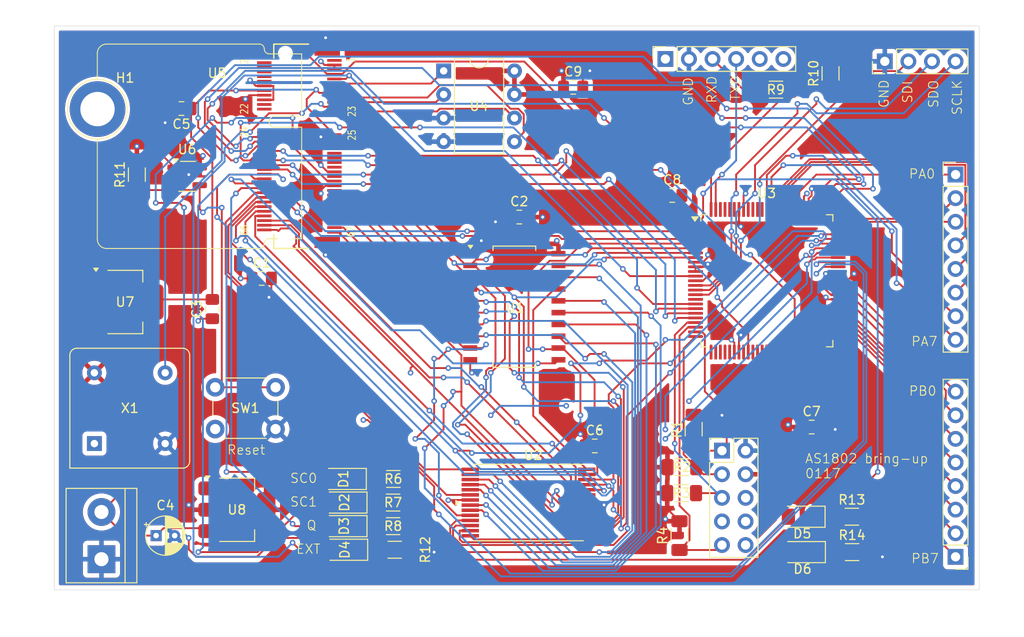
<source format=kicad_pcb>
(kicad_pcb (version 20241229) (generator "pcbnew") (generator_version "9.0")
  (layers (0 "F.Cu" signal) (4 "In1.Cu" signal) (6 "In2.Cu" signal) (2 "B.Cu" signal) (13 "F.Paste" user) (15 "B.Paste" user) (5 "F.SilkS" user "F.Silkscreen") (7 "B.SilkS" user "B.Silkscreen") (1 "F.Mask" user) (3 "B.Mask" user) (25 "Edge.Cuts" user))
  (net 0 "")
  (net 1 "+3V3")
  (net 2 "GND")
  (net 3 "+1V8")
  (net 4 "+5V")
  (net 5 "SC0")
  (net 6 "Net-(D1-K)")
  (net 7 "Net-(D2-K)")
  (net 8 "SC1")
  (net 9 "Net-(D3-K)")
  (net 10 "Q")
  (net 11 "EXT")
  (net 12 "Net-(D4-K)")
  (net 13 "Net-(D5-K)")
  (net 14 "gpio")
  (net 15 "LED")
  (net 16 "Net-(D6-K)")
  (net 17 "Net-(J2-Pin_7)")
  (net 18 "Net-(J2-Pin_4)")
  (net 19 "Net-(J2-Pin_5)")
  (net 20 "Net-(J2-Pin_1)")
  (net 21 "Net-(J2-Pin_3)")
  (net 22 "Net-(J2-Pin_8)")
  (net 23 "Net-(J2-Pin_6)")
  (net 24 "Net-(J2-Pin_2)")
  (net 26 "Net-(J3-Pin_3)")
  (net 28 "Net-(J3-Pin_9)")
  (net 29 "Net-(J3-Pin_1)")
  (net 31 "Net-(J3-Pin_5)")
  (net 33 "RXD")
  (net 36 "TXD")
  (net 37 "Net-(J5-Pin_6)")
  (net 38 "Net-(J5-Pin_4)")
  (net 39 "Net-(J5-Pin_1)")
  (net 40 "Net-(J5-Pin_5)")
  (net 41 "Net-(J5-Pin_3)")
  (net 42 "Net-(J5-Pin_7)")
  (net 43 "Net-(J5-Pin_8)")
  (net 44 "Net-(J5-Pin_2)")
  (net 45 "Net-(J6-Pin_2)")
  (net 46 "Net-(J6-Pin_4)")
  (net 47 "Net-(J6-Pin_3)")
  (net 48 "Net-(U3-IO2_100)")
  (net 49 "Net-(U6-~{MR})")
  (net 50 "A1")
  (net 51 "TPA")
  (net 52 "A2")
  (net 53 "A10")
  (net 54 "A7")
  (net 55 "A5")
  (net 56 "A12")
  (net 57 "A15")
  (net 58 "A3")
  (net 59 "A0")
  (net 60 "A14")
  (net 61 "A8")
  (net 62 "A9")
  (net 63 "A4")
  (net 64 "A11")
  (net 65 "A6")
  (net 66 "A13")
  (net 67 "~{MRD}")
  (net 68 "D1")
  (net 69 "D6")
  (net 70 "D3")
  (net 71 "D7")
  (net 72 "D4")
  (net 73 "D0")
  (net 74 "~{MWR}")
  (net 75 "D5")
  (net 76 "D2")
  (net 77 "~{EF1}")
  (net 82 "~{EF3}")
  (net 89 "~{EF2}")
  (net 93 "~{EF4}")
  (net 94 "N0")
  (net 95 "~{RST}")
  (net 98 "~{INT}")
  (net 102 "xclk")
  (net 114 "N2")
  (net 116 "N1")
  (net 118 "Net-(U4-~{CS})")
  (net 119 "Net-(U4-SO(D1))")
  (net 120 "Net-(U4-SI(D0))")
  (net 121 "Net-(U4-SCK)")
  (net 127 "DF")
  (net 129 "IDLE")
  (net 130 "CS29")
  (net 135 "CS28")
  (footprint "LED_SMD:LED_1206_3216Metric_Pad1.42x1.75mm_HandSolder" (layer "F.Cu") (at 180.8845 116.84 180)
    (property "Reference" "D6")
    (property "Value" "LED")
  )
  (footprint "Resistor_SMD:R_1206_3216Metric_Pad1.30x1.75mm_HandSolder" (layer "F.Cu") (at 167.64 115.062 90)
    (property "Reference" "R4")
    (property "Value" "10K")
  )
  (footprint "TerminalBlock:TerminalBlock_bornier-2_P5.08mm" (layer "F.Cu") (at 105.41 117.602 90)
    (property "Reference" "J1" (hide yes))
    (property "Value" "Screw_Terminal_01x02" (hide yes))
  )
  (footprint "LED_SMD:LED_1206_3216Metric_Pad1.42x1.75mm_HandSolder" (layer "F.Cu") (at 131.4625 108.966 180)
    (property "Reference" "D1")
    (property "Value" "LED")
  )
  (footprint "Resistor_SMD:R_1206_3216Metric_Pad1.30x1.75mm_HandSolder" (layer "F.Cu") (at 136.807 114.046)
    (property "Reference" "R8")
    (property "Value" "1K")
  )
  (footprint "Capacitor_SMD:C_0805_2012Metric_Pad1.18x1.45mm_HandSolder" (layer "F.Cu") (at 117.348 90.678 90)
    (property "Reference" "C3")
    (property "Value" "1µF")
  )
  (footprint "Capacitor_SMD:C_0805_2012Metric_Pad1.18x1.45mm_HandSolder" (layer "F.Cu") (at 114.0245 69.088 180)
    (property "Reference" "C5")
    (property "Value" "1µF")
  )
  (footprint "LED_SMD:LED_1206_3216Metric_Pad1.42x1.75mm_HandSolder" (layer "F.Cu") (at 131.5355 111.506 180)
    (property "Reference" "D2")
    (property "Value" "LED")
  )
  (footprint "Resistor_SMD:R_1206_3216Metric_Pad1.30x1.75mm_HandSolder" (layer "F.Cu") (at 109.22 76.2 90)
    (property "Reference" "R11")
    (property "Value" "10K")
  )
  (footprint "Package_TO_SOT_SMD:SOT-23-5_HandSoldering" (layer "F.Cu") (at 114.634 76.388)
    (property "Reference" "U6")
    (property "Value" "MCP1319MT-29LE-OT")
  )
  (footprint "TholinsStuff:TSOP-I-28_11.8x8mm_P0.55mm-weird-pin-order" (layer "F.Cu") (at 151.384 111.506)
    (property "Reference" "U2")
    (property "Value" "IS62LV256AL")
  )
  (footprint "Capacitor_SMD:C_0805_2012Metric_Pad1.18x1.45mm_HandSolder" (layer "F.Cu") (at 156.1885 66.802)
    (property "Reference" "C9")
    (property "Value" "1µF")
  )
  (footprint "Resistor_SMD:R_1206_3216Metric_Pad1.30x1.75mm_HandSolder" (layer "F.Cu") (at 186.1925 113.03)
    (property "Reference" "R13")
    (property "Value" "1K")
  )
  (footprint "Connector_PinHeader_2.54mm:PinHeader_1x08_P2.54mm_Vertical" (layer "F.Cu") (at 197.358 117.348 180)
    (property "Reference" "J5" (hide yes))
    (property "Value" "PORTB" (hide yes))
  )
  (footprint "Resistor_SMD:R_1206_3216Metric_Pad1.30x1.75mm_HandSolder" (layer "F.Cu") (at 186.2185 116.84)
    (property "Reference" "R14")
    (property "Value" "1K")
  )
  (footprint "Resistor_SMD:R_1206_3216Metric_Pad1.30x1.75mm_HandSolder" (layer "F.Cu") (at 136.979 116.586)
    (property "Reference" "R12")
    (property "Value" "1K")
  )
  (footprint "Package_TO_SOT_SMD:SOT-223-3_TabPin2" (layer "F.Cu") (at 107.95 89.916)
    (property "Reference" "U7")
    (property "Value" "AMS1117-1.8")
  )
  (footprint "Capacitor_SMD:C_0805_2012Metric_Pad1.18x1.45mm_HandSolder" (layer "F.Cu") (at 150.3895 80.772)
    (property "Reference" "C2")
    (property "Value" "1µF")
  )
  (footprint "Oscillator:Oscillator_DIP-8" (layer "F.Cu") (at 104.648 105.156)
    (property "Reference" "X1")
    (property "Value" "CXO_DIP8")
  )
  (footprint "Button_Switch_THT:SW_PUSH_6mm" (layer "F.Cu") (at 117.654 99.096)
    (property "Reference" "SW1")
    (property "Value" "SW_Push")
  )
  (footprint "Resistor_SMD:R_1206_3216Metric_Pad1.30x1.75mm_HandSolder" (layer "F.Cu") (at 136.807 111.506)
    (property "Reference" "R7")
    (property "Value" "1K")
  )
  (footprint "Package_TO_SOT_SMD:SOT-223-3_TabPin2" (layer "F.Cu") (at 119.99 112.282)
    (property "Reference" "U8")
    (property "Value" "AMS1117-3.3")
  )
  (footprint "Resistor_SMD:R_1206_3216Metric_Pad1.30x1.75mm_HandSolder" (layer "F.Cu") (at 178.028 67.056)
    (property "Reference" "R9")
    (property "Value" "1K")
  )
  (footprint "Resistor_SMD:R_1206_3216Metric_Pad1.30x1.75mm_HandSolder" (layer "F.Cu") (at 183.896 65.304 90)
    (property "Reference" "R10")
    (property "Value" "1K")
  )
  (footprint "Connector_PinSocket_2.54mm:PinSocket_1x06_P2.54mm_Vertical" (layer "F.Cu") (at 166.116 63.754 90)
    (property "Reference" "J4" (hide yes))
    (property "Value" "Conn_01x06" (hide yes))
  )
  (footprint "Resistor_SMD:R_1206_3216Metric_Pad1.30x1.75mm_HandSolder" (layer "F.Cu") (at 136.833 108.966)
    (property "Reference" "R6")
    (property "Value" "1K")
  )
  (footprint "Connector_PinHeader_2.54mm:PinHeader_2x05_P2.54mm_Vertical" (layer "F.Cu") (at 172.212 105.918)
    (property "Reference" "J3" (hide yes))
    (property "Value" "JTAG" (hide yes))
  )
  (footprint "Package_QFP:LQFP-100_14x14mm_P0.5mm" (layer "F.Cu") (at 177.038 87.63)
    (property "Reference" "U3")
    (property "Value" "EPM240T100")
  )
  (footprint "MicroMod-Sparkfun:M.2-CONNECTOR-E" (layer "F.Cu") (at 125.2135 73.1517 90)
    (property "Reference" "U5")
    (property "Value" "B2-CI2406" (hide yes))
  )
  (footprint "LED_SMD:LED_1206_3216Metric_Pad1.42x1.75mm_HandSolder" (layer "F.Cu") (at 131.6085 116.586 180)
    (property "Reference" "D4")
    (property "Value" "LED")
  )
  (footprint "MicroMod-Sparkfun:MicroMod-Standoff" (layer "F.Cu") (at 104.9862 69.1478)
    (property "Reference" "H1")
    (property "Value" "MICROMOD-Standoff")
  )
  (footprint "Resistor_SMD:R_1206_3216Metric_Pad1.30x1.75mm_HandSolder" (layer "F.Cu") (at 167.894 107.696 180)
    (property "Reference" "R2")
    (property "Value" "10K")
  )
  (footprint "Capacitor_SMD:C_0805_2012Metric_Pad1.18x1.45mm_HandSolder" (layer "F.Cu") (at 122.6605 87.376)
    (property "Reference" "C1")
    (property "Value" "1µF")
  )
  (footprint "Connector_PinHeader_2.54mm:PinHeader_1x08_P2.54mm_Vertical" (layer "F.Cu") (at 197.358 76.2)
    (property "Reference" "J2" (hide yes))
    (property "Value" "PORTA" (hide yes))
  )
  (footprint "Package_DIP:DIP-8_W7.62mm" (layer "F.Cu") (at 142.25 65.034)
    (property "Reference" "U4")
    (property "Value" "W25Q32FVSS")
  )
  (footprint "Capacitor_THT:CP_Radial_D4.0mm_P2.00mm" (layer "F.Cu") (at 111.2954 115.062)
    (property "Reference" "C4")
    (property "Value" "10µF")
  )
  (footprint "Resistor_SMD:R_1206_3216Metric_Pad1.30x1.75mm_HandSolder" (layer "F.Cu") (at 169.164 103.606 90)
    (property "Reference" "R1")
    (property "Value" "10K")
  )
  (footprint "Capacitor_SMD:C_0805_2012Metric_Pad1.18x1.45mm_HandSolder" (layer "F.Cu") (at 166.8565 78.448)
    (property "Reference" "C8")
    (property "Value" "1µF")
  )
  (footprint "Capacitor_SMD:C_0805_2012Metric_Pad1.18x1.45mm_HandSolder" (layer "F.Cu") (at 181.864 103.378)
    (property "Reference" "C7")
    (property "Value" "1µF")
  )
  (footprint "Connector_PinHeader_2.54mm:PinHeader_1x04_P2.54mm_Vertical" (layer "F.Cu") (at 189.738 64.008 90)
    (property "Reference" "J6" (hide yes))
    (property "Value" "SPI" (hide yes))
  )
  (footprint "LED_SMD:LED_1206_3216Metric_Pad1.42x1.75mm_HandSolder" (layer "F.Cu") (at 131.5355 114.046 180)
    (property "Reference" "D3")
    (property "Value" "LED")
  )
  (footprint "Capacitor_SMD:C_0805_2012Metric_Pad1.18x1.45mm_HandSolder" (layer "F.Cu") (at 158.5175 105.41)
    (property "Reference" "C6")
    (property "Value" "1µF")
  )
  (footprint "Resistor_SMD:R_1206_3216Metric_Pad1.30x1.75mm_HandSolder" (layer "F.Cu") (at 167.868 110.49 180)
    (property "Reference" "R3")
    (property "Value" "10K")
  )
  (footprint "LED_SMD:LED_1206_3216Metric_Pad1.42x1.75mm_HandSolder" (layer "F.Cu") (at 180.848 113.03 180)
    (property "Reference" "D5")
    (property "Value" "LED")
  )
  (footprint "Package_SO:SO-20_12.8x7.5mm_P1.27mm" (layer "F.Cu") (at 149.86 90.424)
    (property "Reference" "U1")
    (property "Value" "74LVC573")
  )
  (gr_rect (start 100.33 60.198) (end 199.898 120.904) (stroke (width 0.05)) (fill no) (layer "Edge.Cuts"))
  (gr_text "Reset" (at 118.872 106.426 0) (layer "F.SilkS") (effects (font (size 1 1) (thickness 0.1)) (justify left bottom)))
  (gr_text "SDO" (at 195.57 69.088 90) (layer "F.SilkS") (effects (font (size 1 1) (thickness 0.1)) (justify left bottom)))
  (gr_text "GND" (at 169.164 68.834 90) (layer "F.SilkS") (effects (font (size 1 1) (thickness 0.1)) (justify left bottom)))
  (gr_text "GND" (at 190.236 69.088 90) (layer "F.SilkS") (effects (font (size 1 1) (thickness 0.1)) (justify left bottom)))
  (gr_text "SDI" (at 192.776 68.58 90) (layer "F.SilkS") (effects (font (size 1 1) (thickness 0.1)) (justify left bottom)))
  (gr_text "RXD" (at 171.704 68.58 90) (layer "F.SilkS") (effects (font (size 1 1) (thickness 0.1)) (justify left bottom)))
  (gr_text "PB0" (at 192.278 100.076 0) (layer "F.SilkS") (effects (font (size 1 1) (thickness 0.1)) (justify left bottom)))
  (gr_text "Q" (at 127.435 114.554 0) (layer "F.SilkS") (effects (font (size 1 1) (thickness 0.1)) (justify left bottom)))
  (gr_text "TXD" (at 174.244 68.326 90) (layer "F.SilkS") (effects (font (size 1 1) (thickness 0.1)) (justify left bottom)))
  (gr_text "PB7" (at 192.532 118.11 0) (layer "F.SilkS") (effects (font (size 1 1) (thickness 0.1)) (justify left bottom)))
  (gr_text "SCLK" (at 198.11 69.85 90) (layer "F.SilkS") (effects (font (size 1 1) (thickness 0.1)) (justify left bottom)))
  (gr_text "PA7" (at 192.532 94.742 0) (layer "F.SilkS") (effects (font (size 1 1) (thickness 0.1)) (justify left bottom)))
  (gr_text "EXT" (at 126.311 117.094 0) (layer "F.SilkS") (effects (font (size 1 1) (thickness 0.1)) (justify left bottom)))
  (gr_text "AS1802 bring-up\n0117" (at 181.102 108.966 0) (layer "F.SilkS") (effects (font (size 1 1) (thickness 0.1)) (justify left bottom)))
  (gr_text "SC0" (at 125.657 109.474 0) (layer "F.SilkS") (effects (font (size 1 1) (thickness 0.1)) (justify left bottom)))
  (gr_text "PA0" (at 192.278 76.708 0) (layer "F.SilkS") (effects (font (size 1 1) (thickness 0.1)) (justify left bottom)))
  (gr_text "SC1" (at 125.657 112.014 0) (layer "F.SilkS") (effects (font (size 1 1) (thickness 0.1)) (justify left bottom)))
  (segment (start 166.344 110.464) (end 166.318 110.49) (width 0.2) (layer "F.Cu") (net 1))
  (segment (start 180.8265 103.378) (end 179.578 103.378) (width 0.2) (layer "F.Cu") (net 1))
  (segment (start 173.538 94.29) (end 173.228 93.98) (width 0.2) (layer "F.Cu") (net 1))
  (segment (start 109.22 74.65) (end 109.22 73.152) (width 0.2) (layer "F.Cu") (net 1))
  (segment (start 157.48 104.648) (end 156.972 104.14) (width 0.2) (layer "F.Cu") (net 1))
  (segment (start 130.4885 77.4017) (end 129.5135 77.4017) (width 0.2) (layer "F.Cu") (net 1))
  (segment (start 154.61 84.709) (end 154.61 83.49) (width 0.2) (layer "F.Cu") (net 1))
  (segment (start 166.344 113.512) (end 166.116 113.284) (width 0.2) (layer "F.Cu") (net 1))
  (segment (start 130.4885 64.9017) (end 130.4885 64.4017) (width 0.2) (layer "F.Cu") (net 1))
  (segment (start 129.5135 77.4017) (end 129.032 77.8832) (width 0.2) (layer "F.Cu") (net 1))
  (segment (start 142.769 111.231) (end 142.748 111.252) (width 0.2) (layer "F.Cu") (net 1))
  (segment (start 166.318 110.49) (end 166.318 112.19) (width 0.2) (layer "F.Cu") (net 1))
  (segment (start 171.196 86.596999) (end 171.196 85.344) (width 0.2) (layer "F.Cu") (net 1))
  (segment (start 115.984 75.438) (end 115.984 74.516) (width 0.2) (layer "F.Cu") (net 1))
  (segment (start 185.674 87.63) (end 186.436 86.868) (width 0.2) (layer "F.Cu") (net 1))
  (segment (start 123.14 112.282) (end 116.84 112.282) (width 0.2) (layer "F.Cu") (net 1))
  (segment (start 171.196 85.344) (end 170.688 84.836) (width 0.2) (layer "F.Cu") (net 1))
  (segment (start 166.318 112.19) (end 167.64 113.512) (width 0.2) (layer "F.Cu") (net 1))
  (segment (start 115.984 74.516) (end 116.332 74.168) (width 0.2) (layer "F.Cu") (net 1))
  (segment (start 130.4885 64.4017) (end 129.4257 64.4017) (width 0.2) (layer "F.Cu") (net 1))
  (segment (start 155.151 66.802) (end 155.151 65.235) (width 0.2) (layer "F.Cu") (net 1))
  (segment (start 167.64 113.512) (end 166.344 113.512) (width 0.2) (layer "F.Cu") (net 1))
  (segment (start 115.33 112.282) (end 114.808 111.76) (width 0.2) (layer "F.Cu") (net 1))
  (segment (start 179.578 103.378) (end 179.324 103.124) (width 0.2) (layer "F.Cu") (net 1))
  (segment (start 116.84 112.282) (end 115.33 112.282) (width 0.2) (layer "F.Cu") (net 1))
  (segment (start 122.9385 67.6517) (end 121.3243 67.6517) (width 0.2) (layer "F.Cu") (net 1))
  (segment (start 170.162999 85.63) (end 170.688 85.104999) (width 0.2) (layer "F.Cu") (net 1))
  (segment (start 151.427 80.772) (end 152.908 80.772) (width 0.2) (layer "F.Cu") (net 1))
  (segment (start 155.151 65.235) (end 154.94 65.024) (width 0.2) (layer "F.Cu") (net 1))
  (segment (start 170.162999 87.63) (end 171.196 86.596999) (width 0.2) (layer "F.Cu") (net 1))
  (segment (start 121.3243 67.6517) (end 120.904 68.072) (width 0.2) (layer "F.Cu") (net 1))
  (segment (start 174.038 79.955) (end 174.038 81.582) (width 0.2) (layer "F.Cu") (net 1))
  (segment (start 166.344 107.696) (end 166.344 110.464) (width 0.2) (layer "F.Cu") (net 1))
  (segment (start 169.363 85.63) (end 170.162999 85.63) (width 0.2) (layer "F.Cu") (net 1))
  (segment (start 174.038 81.582) (end 174.244 81.788) (width 0.2) (layer "F.Cu") (net 1))
  (segment (start 130.4885 75.9017) (end 129.7497 75.9017) (width 0.2) (layer "F.Cu") (net 1))
  (segment (start 129.4257 64.4017) (end 129.032 64.008) (width 0.2) (layer "F.Cu") (net 1))
  (segment (start 181.038 78.55) (end 181.356 78.232) (width 0.2) (layer "F.Cu") (net 1))
  (segment (start 121.623 87.376) (end 120.396 87.376) (width 0.2) (layer "F.Cu") (net 1))
  (segment (start 184.713 89.63) (end 183.61 89.63) (width 0.2) (layer "F.Cu") (net 1))
  (segment (start 157.48 105.41) (end 157.48 104.648) (width 0.2) (layer "F.Cu") (net 1))
  (segment (start 183.61 89.63) (end 183.388 89.408) (width 0.2) (layer "F.Cu") (net 1))
  (segment (start 145.114 111.231) (end 142.769 111.231) (width 0.2) (layer "F.Cu") (net 1))
  (segment (start 181.038 79.955) (end 181.038 78.55) (width 0.2) (layer "F.Cu") (net 1))
  (segment (start 129.7497 75.9017) (end 129.032 75.184) (width 0.2) (layer "F.Cu") (net 1))
  (segment (start 173.538 95.305) (end 173.538 94.29) (width 0.2) (layer "F.Cu") (net 1))
  (segment (start 184.713 87.63) (end 185.674 87.63) (width 0.2) (layer "F.Cu") (net 1))
  (segment (start 169.363 87.63) (end 170.162999 87.63) (width 0.2) (layer "F.Cu") (net 1))
  (segment (start 129.032 77.8832) (end 129.032 78.232) (width 0.2) (layer "F.Cu") (net 1))
  (segment (start 170.688 85.104999) (end 170.688 84.836) (width 0.2) (layer "F.Cu") (net 1))
  (segment (start 154.61 83.49) (end 154.432 83.312) (width 0.2) (layer "F.Cu") (net 1))
  (via (at 142.748 111.252) (size 0.6) (drill 0.3) (layers "F.Cu" "B.Cu") (net 1))
  (via (at 129.032 64.008) (size 0.6) (drill 0.3) (layers "F.Cu" "B.Cu") (net 1))
  (via (at 174.244 81.788) (size 0.6) (drill 0.3) (layers "F.Cu" "B.Cu") (net 1))
  (via (at 183.388 89.408) (size 0.6) (drill 0.3) (layers "F.Cu" "B.Cu") (net 1))
  (via (at 114.808 111.76) (size 0.6) (drill 0.3) (layers "F.Cu" "B.Cu") (net 1))
  (via (at 116.332 74.168) (size 0.6) (drill 0.3) (layers "F.Cu" "B.Cu") (net 1))
  (via (at 154.94 65.024) (size 0.6) (drill 0.3) (layers "F.Cu" "B.Cu") (net 1))
  (via (at 109.22 73.152) (size 0.6) (drill 0.3) (layers "F.Cu" "B.Cu") (net 1))
  (via (at 170.688 84.836) (size 0.6) (drill 0.3) (layers "F.Cu" "B.Cu") (net 1))
  (via (at 186.436 86.868) (size 0.6) (drill 0.3) (layers "F.Cu" "B.Cu") (net 1))
  (via (at 154.432 83.312) (size 0.6) (drill 0.3) (layers "F.Cu" "B.Cu") (net 1))
  (via (at 129.032 75.184) (size 0.6) (drill 0.3) (layers "F.Cu" "B.Cu") (net 1))
  (via (at 120.396 87.376) (size 0.6) (drill 0.3) (layers "F.Cu" "B.Cu") (net 1))
  (via (at 129.032 78.232) (size 0.6) (drill 0.3) (layers "F.Cu" "B.Cu") (net 1))
  (via (at 120.904 68.072) (size 0.6) (drill 0.3) (layers "F.Cu" "B.Cu") (net 1))
  (via (at 179.324 103.124) (size 0.6) (drill 0.3) (layers "F.Cu" "B.Cu") (net 1))
  (via (at 181.356 78.232) (size 0.6) (drill 0.3) (layers "F.Cu" "B.Cu") (net 1))
  (via (at 166.116 113.284) (size 0.6) (drill 0.3) (layers "F.Cu" "B.Cu") (net 1))
  (via (at 173.228 93.98) (size 0.6) (drill 0.3) (layers "F.Cu" "B.Cu") (net 1))
  (via (at 152.908 80.772) (size 0.6) (drill 0.3) (layers "F.Cu" "B.Cu") (net 1))
  (via (at 156.972 104.14) (size 0.6) (drill 0.3) (layers "F.Cu" "B.Cu") (net 1))
  (segment (start 116.0565 91.7155) (end 115.824 91.948) (width 0.2) (layer "F.Cu") (net 2))
  (segment (start 159.555 105.113) (end 159.555 105.41) (width 0.2) (layer "F.Cu") (net 2))
  (segment (start 169.164 102.056) (end 172.16 102.056) (width 0.2) (layer "F.Cu") (net 2))
  (segment (start 187.7425 113.03) (end 187.7425 116.814) (width 0.2) (layer "F.Cu") (net 2))
  (segment (start 129.7135 62.8017) (end 129.7135 61.6415) (width 0.2) (layer "F.Cu") (net 2))
  (segment (start 138.383 111.48) (end 138.357 111.506) (width 0.2) (layer "F.Cu") (net 2))
  (segment (start 181.538 78.765593) (end 181.864 78.439593) (width 0.2) (layer "F.Cu") (net 2))
  (segment (start 159.491 111.781) (end 159.512 111.76) (width 0.2) (layer "F.Cu") (net 2))
  (segment (start 149.352 80.772) (end 148.336 80.772) (width 0.2) (layer "F.Cu") (net 2))
  (segment (start 157.226 66.802) (end 157.226 65.786) (width 0.2) (layer "F.Cu") (net 2))
  (segment (start 123.698 87.376) (end 123.698 89.154) (width 0.2) (layer "F.Cu") (net 2))
  (segment (start 182.9015 103.378) (end 184.15 103.378) (width 0.2) (layer "F.Cu") (net 2))
  (segment (start 188.976 116.84) (end 189.484 117.348) (width 0.2) (layer "F.Cu") (net 2))
  (segment (start 145.11 96.139) (end 145.11 97.358) (width 0.2) (layer "F.Cu") (net 2))
  (segment (start 174.538 79.955) (end 174.538 78.446) (width 0.2) (layer "F.Cu") (net 2))
  (segment (start 112.987 69.893) (end 112.268 70.612) (width 0.2) (layer "F.Cu") (net 2))
  (segment (start 184.713 86.63) (end 183.626 86.63) (width 0.2) (layer "F.Cu") (net 2))
  (segment (start 113.284 76.388) (end 114.62 76.388) (width 0.2) (layer "F.Cu") (net 2))
  (segment (start 157.654 111.781) (end 159.491 111.781) (width 0.2) (layer "F.Cu") (net 2))
  (segment (start 112.987 69.088) (end 112.987 69.893) (width 0.2) (layer "F.Cu") (net 2))
  (segment (start 183.626 86.63) (end 183.388 86.868) (width 0.2) (layer "F.Cu") (net 2))
  (segment (start 122.0237 66.6517) (end 121.412 66.04) (width 0.2) (layer "F.Cu") (net 2))
  (segment (start 138.529 116.586) (end 140.97 116.586) (width 0.2) (layer "F.Cu") (net 2))
  (segment (start 129.032 72.4202) (end 129.032 72.136) (width 0.2) (layer "F.Cu") (net 2))
  (segment (start 169.363 86.13) (end 170.41 86.13) (width 0.2) (layer "F.Cu") (net 2))
  (segment (start 184.713 89.13) (end 183.913001 89.13) (width 0.2) (layer "F.Cu") (net 2))
  (segment (start 174.038 93.678) (end 174.244 93.472) (width 0.2) (layer "F.Cu") (net 2))
  (segment (start 130.4885 72.9017) (end 129.5135 72.9017) (width 0.2) (layer "F.Cu") (net 2))
  (segment (start 159.004 104.562) (end 159.555 105.113) (width 0.2) (layer "F.Cu") (net 2))
  (segment (start 123.9145 68.1507) (end 123.9135 68.1517) (width 0.2) (layer "F.Cu") (net 2))
  (segment (start 184.15 103.378) (end 184.404 103.632) (width 0.2) (layer "F.Cu") (net 2))
  (segment (start 145.11 84.709) (end 145.11 84.506) (width 0.2) (layer "F.Cu") (net 2))
  (segment (start 114.62 76.388) (end 114.808 76.2) (width 0.2) (layer "F.Cu") (net 2))
  (segment (start 140.97 116.586) (end 141.224 116.84) (width 0.2) (layer "F.Cu") (net 2))
  (segment (start 122.9385 66.6517) (end 123.9135 66.6517) (width 0.2) (layer "F.Cu") (net 2))
  (segment (start 181.538 79.955) (end 181.538 78.765593) (width 0.2) (layer "F.Cu") (net 2))
  (segment (start 174.538 78.446) (end 174.752 78.232) (width 0.2) (layer "F.Cu") (net 2))
  (segment (start 148.336 80.772) (end 147.828 81.28) (width 0.2) (layer "F.Cu") (net 2))
  (segment (start 123.9135 66.6517) (end 123.9145 66.6527) (width 0.2) (layer "F.Cu") (net 2))
  (segment (start 174.038 95.305) (end 174.038 93.678) (width 0.2) (layer "F.Cu") (net 2))
  (segment (start 123.698 89.154) (end 123.444 89.408) (width 0.2) (layer "F.Cu") (net 2))
  (segment (start 122.9385 66.6517) (end 122.0237 66.6517) (width 0.2) (layer "F.Cu") (net 2))
  (segment (start 138.357 116.414) (end 138.529 116.586) (width 0.2) (layer "F.Cu") (net 2))
  (segment (start 129.7135 61.6415) (end 129.54 61.468) (width 0.2) (layer "F.Cu") (net 2))
  (segment (start 187.7685 116.84) (end 188.976 116.84) (width 0.2) (layer "F.Cu") (net 2))
  (segment (start 159.004 103.632) (end 159.004 104.562) (width 0.2) (layer "F.Cu") (net 2))
  (segment (start 157.226 65.786) (end 157.988 65.024) (width 0.2) (layer "F.Cu") (net 2))
  (segment (start 138.357 111.506) (end 138.357 114.046) (width 0.2) (layer "F.Cu") (net 2))
  (segment (start 170.41 86.13) (end 170.688 85.852) (width 0.2) (layer "F.Cu") (net 2))
  (segment (start 117.348 91.7155) (end 116.0565 91.7155) (width 0.2) (layer "F.Cu") (net 2))
  (segment (start 172.16 102.056) (end 172.212 102.108) (width 0.2) (layer "F.Cu") (net 2))
  (segment (start 145.11 97.358) (end 145.288 97.536) (width 0.2) (layer "F.Cu") (net 2))
  (segment (start 183.388 88.604999) (end 183.388 86.868) (width 0.2) (layer "F.Cu") (net 2))
  (segment (start 129.7135 83.5017) (end 129.7135 84.6625) (width 0.2) (layer "F.Cu") (net 2))
  (segment (start 181.864 78.439593) (end 181.864 77.724) (width 0.2) (layer "F.Cu") (net 2))
  (segment (start 138.383 108.966) (end 138.383 111.48) (width 0.2) (layer "F.Cu") (net 2))
  (segment (start 138.357 114.046) (end 138.357 116.414) (width 0.2) (layer "F.Cu") (net 2))
  (segment (start 169.363 86.13) (end 169.363 86.63) (width 0.2) (layer "F.Cu") (net 2))
  (segment (start 187.7425 116.814) (end 187.7685 116.84) (width 0.2) (layer "F.Cu") (net 2))
  (segment (start 129.5135 72.9017) (end 129.032 72.4202) (width 0.2) (layer "F.Cu") (net 2))
  (segment (start 123.9145 66.6527) (end 123.9145 68.1507) (width 0.2) (layer "F.Cu") (net 2))
  (segment (start 183.913001 89.13) (end 183.388 88.604999) (width 0.2) (layer "F.Cu") (net 2))
  (segment (start 145.11 84.506) (end 146.304 83.312) (width 0.2) (layer "F.Cu") (net 2))
  (segment (start 129.7135 84.6625) (end 129.54 84.836) (width 0.2) (layer "F.Cu") (net 2))
  (segment (start 123.9135 68.1517) (end 122.9385 68.1517) (width 0.2) (layer "F.Cu") (net 2))
  (via (at 147.828 81.28) (size 0.6) (drill 0.3) (layers "F.Cu" "B.Cu") (net 2))
  (via (at 129.032 72.136) (size 0.6) (drill 0.3) (layers "F.Cu" "B.Cu") (net 2))
  (via (at 146.304 83.312) (size 0.6) (drill 0.3) (layers "F.Cu" "B.Cu") (net 2))
  (via (at 183.388 86.868) (size 0.6) (drill 0.3) (layers "F.Cu" "B.Cu") (net 2))
  (via (at 189.484 117.348) (size 0.6) (drill 0.3) (layers "F.Cu" "B.Cu") (net 2))
  (via (at 129.54 61.468) (size 0.6) (drill 0.3) (layers "F.Cu" "B.Cu") (net 2))
  (via (at 172.212 102.108) (size 0.6) (drill 0.3) (layers "F.Cu" "B.Cu") (net 2))
  (via (at 184.404 103.632) (size 0.6) (drill 0.3) (layers "F.Cu" "B.Cu") (net 2))
  (via (at 121.412 66.04) (size 0.6) (drill 0.3) (layers "F.Cu" "B.Cu") (net 2))
  (via (at 123.444 89.408) (size 0.6) (drill 0.3) (layers "F.Cu" "B.Cu") (net 2))
  (via (at 174.752 78.232) (size 0.6) (drill 0.3) (layers "F.Cu" "B.Cu") (net 2))
  (via (at 170.688 85.852) (size 0.6) (drill 0.3) (layers "F.Cu" "B.Cu") (net 2))
  (via (at 174.244 93.472) (size 0.6) (drill 0.3) (layers "F.Cu" "B.Cu") (net 2))
  (via (at 114.808 76.2) (size 0.6) (drill 0.3) (layers "F.Cu" "B.Cu") (net 2))
  (via (at 115.824 91.948) (size 0.6) (drill 0.3) (layers "F.Cu" "B.Cu") (net 2))
  (via (at 157.988 65.024) (size 0.6) (drill 0.3) (layers "F.Cu" "B.Cu") (net 2))
  (via (at 159.512 111.76) (size 0.6) (drill 0.3) (layers "F.Cu" "B.Cu") (net 2))
  (via (at 129.54 84.836) (size 0.6) (drill 0.3) (layers "F.Cu" "B.Cu") (net 2))
  (via (at 181.864 77.724) (size 0.6) (drill 0.3) (layers "F.Cu" "B.Cu") (net 2))
  (via (at 141.224 116.84) (size 0.6) (drill 0.3) (layers "F.Cu" "B.Cu") (net 2))
  (via (at 112.268 70.612) (size 0.6) (drill 0.3) (layers "F.Cu" "B.Cu") (net 2))
  (via (at 145.288 97.536) (size 0.6) (drill 0.3) (layers "F.Cu" "B.Cu") (net 2))
  (via (at 159.004 103.632) (size 0.6) (drill 0.3) (layers "F.Cu" "B.Cu") (net 2))
  (segment (start 127.508 68.072) (end 128.524 67.056) (width 0.2) (layer "F.Cu") (net 3))
  (segment (start 112.0355 89.6405) (end 117.348 89.6405) (width 0.2) (layer "F.Cu") (net 3))
  (segment (start 130.4885 71.9017) (end 127.508 68.9212) (width 0.2) (layer "F.Cu") (net 3))
  (segment (start 127.508 68.9212) (end 127.508 68.072) (width 0.2) (layer "F.Cu") (net 3))
  (segment (start 115.062 69.088) (end 115.062 72.182407) (width 0.2) (layer "F.Cu") (net 3))
  (segment (start 119.888 67.1517) (end 122.9385 67.1517) (width 0.2) (layer "F.Cu") (net 3))
  (segment (start 130.4885 71.9017) (end 130.4885 72.4017) (width 0.2) (layer "F.Cu") (net 3))
  (segment (start 115.062 72.182407) (end 117.348 74.468407) (width 0.2) (layer "F.Cu") (net 3))
  (segment (start 117.348 74.468407) (end 117.348 89.6405) (width 0.2) (layer "F.Cu") (net 3))
  (segment (start 111.1 89.916) (end 111.76 89.916) (width 0.2) (layer "F.Cu") (net 3))
  (segment (start 115.062 69.088) (end 116.9983 67.1517) (width 0.2) (layer "F.Cu") (net 3))
  (segment (start 128.8697 67.4017) (end 128.524 67.056) (width 0.2) (layer "F.Cu") (net 3))
  (segment (start 111.76 89.916) (end 112.0355 89.6405) (width 0.2) (layer "F.Cu") (net 3))
  (segment (start 116.9983 67.1517) (end 119.888 67.1517) (width 0.2) (layer "F.Cu") (net 3))
  (segment (start 130.4885 67.4017) (end 128.8697 67.4017) (width 0.2) (layer "F.Cu") (net 3))
  (segment (start 104.8 89.916) (end 111.1 89.916) (width 0.2) (layer "F.Cu") (net 3))
  (via (at 128.524 67.056) (size 0.6) (drill 0.3) (layers "F.Cu" "B.Cu") (net 3))
  (via (at 119.888 67.1517) (size 0.6) (drill 0.3) (layers "F.Cu" "B.Cu") (net 3))
  (segment (start 128.524 67.056) (end 119.9837 67.056) (width 0.2) (layer "B.Cu") (net 3))
  (segment (start 119.9837 67.056) (end 119.888 67.1517) (width 0.2) (layer "B.Cu") (net 3))
  (segment (start 106.91 94.326) (end 104.8 92.216) (width 0.2) (layer "F.Cu") (net 4))
  (segment (start 105.41 112.522) (end 106.91 111.022) (width 0.2) (layer "F.Cu") (net 4))
  (segment (start 112.0964 114.261) (end 111.2954 115.062) (width 0.2) (layer "F.Cu") (net 4))
  (segment (start 107.95 115.062) (end 105.41 112.522) (width 0.2) (layer "F.Cu") (net 4))
  (segment (start 111.2954 115.062) (end 107.95 115.062) (width 0.2) (layer "F.Cu") (net 4))
  (segment (start 116.519 114.261) (end 112.0964 114.261) (width 0.2) (layer "F.Cu") (net 4))
  (segment (start 106.91 111.022) (end 106.91 94.326) (width 0.2) (layer "F.Cu") (net 4))
  (segment (start 116.84 114.582) (end 116.519 114.261) (width 0.2) (layer "F.Cu") (net 4))
  (segment (start 124.46 108.204) (end 125.222 108.966) (width 0.2) (layer "F.Cu") (net 5))
  (segment (start 122.9385 76.6517) (end 121.8637 76.6517) (width 0.2) (layer "F.Cu") (net 5))
  (segment (start 119.170407 76.202) (end 117.856 77.516407) (width 0.2) (layer "F.Cu") (net 5))
  (segment (start 121.414 76.202) (end 119.170407 76.202) (width 0.2) (layer "F.Cu") (net 5))
  (segment (start 118.872 108.204) (end 124.46 108.204) (width 0.2) (layer "F.Cu") (net 5))
  (segment (start 125.222 108.966) (end 129.975 108.966) (width 0.2) (layer "F.Cu") (net 5))
  (segment (start 121.8637 76.6517) (end 121.414 76.202) (width 0.2) (layer "F.Cu") (net 5))
  (segment (start 117.856 77.516407) (end 117.856 80.772) (width 0.2) (layer "F.Cu") (net 5))
  (via (at 117.856 80.772) (size 0.6) (drill 0.3) (layers "F.Cu" "B.Cu") (net 5))
  (via (at 118.872 108.204) (size 0.6) (drill 0.3) (layers "F.Cu" "B.Cu") (net 5))
  (segment (start 118.872 81.788) (end 118.872 108.204) (width 0.2) (layer "B.Cu") (net 5))
  (segment (start 117.856 80.772) (end 118.872 81.788) (width 0.2) (layer "B.Cu") (net 5))
  (segment (start 132.95 108.966) (end 135.283 108.966) (width 0.2) (layer "F.Cu") (net 6))
  (segment (start 135.257 111.506) (end 133.023 111.506) (width 0.2) (layer "F.Cu") (net 7))
  (segment (start 122.220407 116.84) (end 127.554407 111.506) (width 0.2) (layer "F.Cu") (net 8))
  (segment (start 124.4117 76.1517) (end 124.968 76.708) (width 0.2) (layer "F.Cu") (net 8))
  (segment (start 115.824 116.84) (end 122.220407 116.84) (width 0.2) (layer "F.Cu") (net 8))
  (segment (start 127.554407 111.506) (end 130.048 111.506) (width 0.2) (layer "F.Cu") (net 8))
  (segment (start 122.9385 76.1517) (end 124.4117 76.1517) (width 0.2) (layer "F.Cu") (net 8))
  (via (at 115.824 116.84) (size 0.6) (drill 0.3) (layers "F.Cu" "B.Cu") (net 8))
  (via (at 124.968 76.708) (size 0.6) (drill 0.3) (layers "F.Cu" "B.Cu") (net 8))
  (segment (start 124.968 76.708) (end 124.462 76.202) (width 0.2) (layer "B.Cu") (net 8))
  (segment (start 115.824 79.548407) (end 115.824 91.232407) (width 0.2) (layer "B.Cu") (net 8))
  (segment (start 124.462 76.202) (end 119.170407 76.202) (width 0.2) (layer "B.Cu") (net 8))
  (segment (start 115.824 91.232407) (end 116.33 91.738407) (width 0.2) (layer "B.Cu") (net 8))
  (segment (start 116.33 91.738407) (end 116.33 116.334) (width 0.2) (layer "B.Cu") (net 8))
  (segment (start 119.170407 76.202) (end 115.824 79.548407) (width 0.2) (layer "B.Cu") (net 8))
  (segment (start 116.33 116.334) (end 115.824 116.84) (width 0.2) (layer "B.Cu") (net 8))
  (segment (start 133.023 114.046) (end 135.257 114.046) (width 0.2) (layer "F.Cu") (net 9))
  (segment (start 122.9385 77.6517) (end 120.4683 77.6517) (width 0.2) (layer "F.Cu") (net 10))
  (segment (start 120.4683 77.6517) (end 119.888 78.232) (width 0.2) (layer "F.Cu") (net 10))
  (segment (start 125.984 113.792) (end 126.238 114.046) (width 0.2) (layer "F.Cu") (net 10))
  (segment (start 126.238 114.046) (end 130.048 114.046) (width 0.2) (layer "F.Cu") (net 10))
  (via (at 119.888 78.232) (size 0.6) (drill 0.3) (layers "F.Cu" "B.Cu") (net 10))
  (via (at 125.984 113.792) (size 0.6) (drill 0.3) (layers "F.Cu" "B.Cu") (net 10))
  (segment (start 119.888 78.232) (end 119.38 78.74) (width 0.2) (layer "B.Cu") (net 10))
  (segment (start 119.38 78.74) (end 119.38 107.188) (width 0.2) (layer "B.Cu") (net 10))
  (segment (start 119.38 107.188) (end 125.984 113.792) (width 0.2) (layer "B.Cu") (net 10))
  (segment (start 119.38 70.612) (end 117.856 70.612) (width 0.2) (layer "F.Cu") (net 11))
  (segment (start 124.168085 115.318) (end 122.140085 117.346) (width 0.2) (layer "F.Cu") (net 11))
  (segment (start 129.7337 76.9017) (end 125.984 73.152) (width 0.2) (layer "F.Cu") (net 11))
  (segment (start 117.856 70.612) (end 117.348 70.104) (width 0.2) (layer "F.Cu") (net 11))
  (segment (start 111.252 79.248) (end 113.792 79.248) (width 0.2) (layer "F.Cu") (net 11))
  (segment (start 115.614407 117.346) (end 114.808 116.539593) (width 0.2) (layer "F.Cu") (net 11))
  (segment (start 128.853 115.318) (end 124.168085 115.318) (width 0.2) (layer "F.Cu") (net 11))
  (segment (start 113.792 79.248) (end 114.3 79.756) (width 0.2) (layer "F.Cu") (net 11))
  (segment (start 122.140085 117.346) (end 115.614407 117.346) (width 0.2) (layer "F.Cu") (net 11))
  (segment (start 130.4885 76.9017) (end 129.7337 76.9017) (width 0.2) (layer "F.Cu") (net 11))
  (segment (start 125.984 73.152) (end 125.984 70.104) (width 0.2) (layer "F.Cu") (net 11))
  (segment (start 114.808 116.539593) (end 114.808 115.316) (width 0.2) (layer "F.Cu") (net 11))
  (segment (start 130.121 116.586) (end 128.853 115.318) (width 0.2) (layer "F.Cu") (net 11))
  (via (at 125.984 70.104) (size 0.6) (drill 0.3) (layers "F.Cu" "B.Cu") (net 11))
  (via (at 117.348 70.104) (size 0.6) (drill 0.3) (layers "F.Cu" "B.Cu") (net 11))
  (via (at 114.808 115.316) (size 0.6) (drill 0.3) (layers "F.Cu" "B.Cu") (net 11))
  (via (at 119.38 70.612) (size 0.6) (drill 0.3) (layers "F.Cu" "B.Cu") (net 11))
  (via (at 114.3 79.756) (size 0.6) (drill 0.3) (layers "F.Cu" "B.Cu") (net 11))
  (via (at 111.252 79.248) (size 0.6) (drill 0.3) (layers "F.Cu" "B.Cu") (net 11))
  (segment (start 111.252 76.2) (end 111.252 79.248) (width 0.2) (layer "B.Cu") (net 11))
  (segment (start 119.888 70.104) (end 119.38 70.612) (width 0.2) (layer "B.Cu") (net 11))
  (segment (start 114.3 114.808) (end 114.3 79.756) (width 0.2) (layer "B.Cu") (net 11))
  (segment (start 114.808 115.316) (end 114.3 114.808) (width 0.2) (layer "B.Cu") (net 11))
  (segment (start 117.348 70.104) (end 111.252 76.2) (width 0.2) (layer "B.Cu") (net 11))
  (segment (start 125.984 70.104) (end 119.888 70.104) (width 0.2) (layer "B.Cu") (net 11))
  (segment (start 135.429 116.586) (end 133.096 116.586) (width 0.2) (layer "F.Cu") (net 12))
  (segment (start 184.6425 113.03) (end 182.3355 113.03) (width 0.2) (layer "F.Cu") (net 13))
  (segment (start 123.444 69.596) (end 127 69.596) (width 0.2) (layer "F.Cu") (net 14))
  (segment (start 174.7285 117.662) (end 127.822 117.662) (width 0.2) (layer "F.Cu") (net 14))
  (segment (start 127.822 117.662) (end 125.984 115.824) (width 0.2) (layer "F.Cu") (net 14))
  (segment (start 179.3605 113.03) (end 174.7285 117.662) (width 0.2) (layer "F.Cu") (net 14))
  (segment (start 129.3537 68.9017) (end 129.032 68.58) (width 0.2) (layer "F.Cu") (net 14))
  (segment (start 121.412 71.628) (end 123.444 69.596) (width 0.2) (layer "F.Cu") (net 14))
  (segment (start 130.4885 68.9017) (end 129.3537 68.9017) (width 0.2) (layer "F.Cu") (net 14))
  (via (at 121.412 71.628) (size 0.6) (drill 0.3) (layers "F.Cu" "B.Cu") (net 14))
  (via (at 125.984 115.824) (size 0.6) (drill 0.3) (layers "F.Cu" "B.Cu") (net 14))
  (via (at 129.032 68.58) (size 0.6) (drill 0.3) (layers "F.Cu" "B.Cu") (net 14))
  (via (at 127 69.596) (size 0.6) (drill 0.3) (layers "F.Cu" "B.Cu") (net 14))
  (segment (start 128.016 68.58) (end 129.032 68.58) (width 0.2) (layer "B.Cu") (net 14))
  (segment (start 115.614407 117.346) (end 115.318 117.049593) (width 0.2) (layer "B.Cu") (net 14))
  (segment (start 118.665 74.800678) (end 118.665 73.359) (width 0.2) (layer "B.Cu") (net 14))
  (segment (start 125.984 115.824) (end 124.462 117.346) (width 0.2) (layer "B.Cu") (net 14))
  (segment (start 127 69.596) (end 128.016 68.58) (width 0.2) (layer "B.Cu") (net 14))
  (segment (start 118.665 73.359) (end 120.396 71.628) (width 0.2) (layer "B.Cu") (net 14))
  (segment (start 115.318 117.049593) (end 115.318 78.147678) (width 0.2) (layer "B.Cu") (net 14))
  (segment (start 120.396 71.628) (end 121.412 71.628) (width 0.2) (layer "B.Cu") (net 14))
  (segment (start 115.318 78.147678) (end 118.665 74.800678) (width 0.2) (layer "B.Cu") (net 14))
  (segment (start 124.462 117.346) (end 115.614407 117.346) (width 0.2) (layer "B.Cu") (net 14))
  (segment (start 180.473 115.764) (end 179.397 116.84) (width 0.2) (layer "F.Cu") (net 15))
  (segment (start 169.363 81.63) (end 170.18 80.813) (width 0.2) (layer "F.Cu") (net 15))
  (segment (start 185.4935 113.848738) (end 183.578238 115.764) (width 0.2) (layer "F.Cu") (net 15))
  (segment (start 188.976 108.204) (end 185.4935 111.6865) (width 0.2) (layer "F.Cu") (net 15))
  (segment (start 183.578238 115.764) (end 180.473 115.764) (width 0.2) (layer "F.Cu") (net 15))
  (segment (start 170.18 80.813) (end 170.18 78.232) (width 0.2) (layer "F.Cu") (net 15))
  (segment (start 185.4935 111.6865) (end 185.4935 113.848738) (width 0.2) (layer "F.Cu") (net 15))
  (via (at 170.18 78.232) (size 0.6) (drill 0.3) (layers "F.Cu" "B.Cu") (net 15))
  (via (at 188.976 108.204) (size 0.6) (drill 0.3) (layers "F.Cu" "B.Cu") (net 15))
  (segment (start 184.404 76.708) (end 171.704 76.708) (width 0.2) (layer "B.Cu") (net 15))
  (segment (start 188.976 108.204) (end 188.976 81.28) (width 0.2) (layer "B.Cu") (net 15))
  (segment (start 188.976 81.28) (end 184.404 76.708) (width 0.2) (layer "B.Cu") (net 15))
  (segment (start 171.704 76.708) (end 170.18 78.232) (width 0.2) (layer "B.Cu") (net 15))
  (segment (start 184.6685 116.84) (end 182.372 116.84) (width 0.2) (layer "F.Cu") (net 16))
  (segment (start 178.816 75.184) (end 177.538 76.462) (width 0.2) (layer "F.Cu") (net 17))
  (segment (start 190.5 84.582) (end 190.5 82.296) (width 0.2) (layer "F.Cu") (net 17))
  (segment (start 177.538 76.462) (end 177.538 79.955) (width 0.2) (layer "F.Cu") (net 17))
  (segment (start 197.358 91.44) (end 190.5 84.582) (width 0.2) (layer "F.Cu") (net 17))
  (via (at 190.5 82.296) (size 0.6) (drill 0.3) (layers "F.Cu" "B.Cu") (net 17))
  (via (at 178.816 75.184) (size 0.6) (drill 0.3) (layers "F.Cu" "B.Cu") (net 17))
  (segment (start 190.5 82.296) (end 183.388 75.184) (width 0.2) (layer "B.Cu") (net 17))
  (segment (start 183.388 75.184) (end 178.816 75.184) (width 0.2) (layer "B.Cu") (net 17))
  (segment (start 198.409 82.769) (end 198.409 75.149) (width 0.2) (layer "F.Cu") (net 18))
  (segment (start 198.409 75.149) (end 181.899 75.149) (width 0.2) (layer "F.Cu") (net 18))
  (segment (start 181.899 75.149) (end 179.038 78.01) (width 0.2) (layer "F.Cu") (net 18))
  (segment (start 197.358 83.82) (end 198.409 82.769) (width 0.2) (layer "F.Cu") (net 18))
  (segment (start 179.038 78.01) (end 179.038 79.955) (width 0.2) (layer "F.Cu") (net 18))
  (segment (start 198.71 75.024322) (end 198.533678 74.848) (width 0.2) (layer "F.Cu") (net 19))
  (segment (start 197.358 86.36) (end 198.71 85.008) (width 0.2) (layer "F.Cu") (net 19))
  (segment (start 181.774322 74.848) (end 178.538 78.084322) (width 0.2) (layer "F.Cu") (net 19))
  (segment (start 198.533678 74.848) (end 181.774322 74.848) (width 0.2) (layer "F.Cu") (net 19))
  (segment (start 178.538 78.084322) (end 178.538 79.955) (width 0.2) (layer "F.Cu") (net 19))
  (segment (start 198.71 85.008) (end 198.71 75.024322) (width 0.2) (layer "F.Cu") (net 19))
  (segment (start 180.538 78.034) (end 180.538 79.955) (width 0.2) (layer "F.Cu") (net 20))
  (segment (start 197.358 76.2) (end 182.372 76.2) (width 0.2) (layer "F.Cu") (net 20))
  (segment (start 182.372 76.2) (end 180.538 78.034) (width 0.2) (layer "F.Cu") (net 20))
  (segment (start 197.358 81.28) (end 180.170598 81.28) (width 0.2) (layer "F.Cu") (net 21))
  (segment (start 180.170598 81.28) (end 179.538 80.647402) (width 0.2) (layer "F.Cu") (net 21))
  (segment (start 179.538 80.647402) (end 179.538 79.955) (width 0.2) (layer "F.Cu") (net 21))
  (segment (start 177.038 76.246407) (end 177.038 79.955) (width 0.2) (layer "F.Cu") (net 22))
  (segment (start 179.116407 74.168) (end 177.038 76.246407) (width 0.2) (layer "F.Cu") (net 22))
  (segment (start 197.358 93.98) (end 191.262 87.884) (width 0.2) (layer "F.Cu") (net 22))
  (segment (start 179.832 74.168) (end 179.116407 74.168) (width 0.2) (layer "F.Cu") (net 22))
  (segment (start 191.262 87.884) (end 191.008 87.884) (width 0.2) (layer "F.Cu") (net 22))
  (via (at 179.832 74.168) (size 0.6) (drill 0.3) (layers "F.Cu" "B.Cu") (net 22))
  (via (at 191.008 87.884) (size 0.6) (drill 0.3) (layers "F.Cu" "B.Cu") (net 22))
  (segment (start 191.008 87.884) (end 191.008 82.088407) (width 0.2) (layer "B.Cu") (net 22))
  (segment (start 183.087593 74.168) (end 179.832 74.168) (width 0.2) (layer "B.Cu") (net 22))
  (segment (start 191.008 82.088407) (end 183.087593 74.168) (width 0.2) (layer "B.Cu") (net 22))
  (segment (start 199.011 74.899644) (end 198.658356 74.547) (width 0.2) (layer "F.Cu") (net 23))
  (segment (start 198.658356 74.547) (end 181.649644 74.547) (width 0.2) (layer "F.Cu") (net 23))
  (segment (start 199.011 87.247) (end 199.011 74.899644) (width 0.2) (layer "F.Cu") (net 23))
  (segment (start 197.358 88.9) (end 199.011 87.247) (width 0.2) (layer "F.Cu") (net 23))
  (segment (start 178.038 78.158644) (end 178.038 79.955) (width 0.2) (layer "F.Cu") (net 23))
  (segment (start 181.649644 74.547) (end 178.038 78.158644) (width 0.2) (layer "F.Cu") (net 23))
  (segment (start 180.346598 80.956) (end 180.038 80.647402) (width 0.2) (layer "F.Cu") (net 24))
  (segment (start 180.038 80.647402) (end 180.038 79.955) (width 0.2) (layer "F.Cu") (net 24))
  (segment (start 197.358 78.74) (end 195.142 80.956) (width 0.2) (layer "F.Cu") (net 24))
  (segment (start 195.142 80.956) (end 180.346598 80.956) (width 0.2) (layer "F.Cu") (net 24))
  (segment (start 168.088 94.905) (end 168.088 106.34) (width 0.2) (layer "F.Cu") (net 26))
  (segment (start 168.088 106.34) (end 169.444 107.696) (width 0.2) (layer "F.Cu") (net 26))
  (segment (start 172.212 108.458) (end 170.206 108.458) (width 0.2) (layer "F.Cu") (net 26))
  (segment (start 170.206 108.458) (end 169.444 107.696) (width 0.2) (layer "F.Cu") (net 26))
  (segment (start 169.363 93.63) (end 168.088 94.905) (width 0.2) (layer "F.Cu") (net 26))
  (segment (start 168.716 115.536) (end 167.64 116.612) (width 0.2) (layer "F.Cu") (net 28))
  (segment (start 171.678 116.612) (end 172.212 116.078) (width 0.2) (layer "F.Cu") (net 28))
  (segment (start 169.363 92.63) (end 168.563001 92.63) (width 0.2) (layer "F.Cu") (net 28))
  (segment (start 167.64 116.612) (end 171.678 116.612) (width 0.2) (layer "F.Cu") (net 28))
  (segment (start 167.64 93.553001) (end 167.64 111.842262) (width 0.2) (layer "F.Cu") (net 28))
  (segment (start 167.64 111.842262) (end 168.716 112.918262) (width 0.2) (layer "F.Cu") (net 28))
  (segment (start 168.563001 92.63) (end 167.64 93.553001) (width 0.2) (layer "F.Cu") (net 28))
  (segment (start 168.716 112.918262) (end 168.716 115.536) (width 0.2) (layer "F.Cu") (net 28))
  (segment (start 169.363 93.13) (end 170.055402 93.13) (width 0.2) (layer "F.Cu") (net 29))
  (segment (start 172.718 105.412) (end 172.212 105.918) (width 0.2) (layer "F.Cu") (net 29))
  (segment (start 170.055402 93.13) (end 170.364 93.438598) (width 0.2) (layer "F.Cu") (net 29))
  (segment (start 172.212 105.918) (end 169.926 105.918) (width 0.2) (layer "F.Cu") (net 29))
  (segment (start 172.718 101.898407) (end 172.718 105.412) (width 0.2) (layer "F.Cu") (net 29))
  (segment (start 169.926 105.918) (end 169.164 105.156) (width 0.2) (layer "F.Cu") (net 29))
  (segment (start 170.364 93.438598) (end 170.364 99.544407) (width 0.2) (layer "F.Cu") (net 29))
  (segment (start 170.364 99.544407) (end 172.718 101.898407) (width 0.2) (layer "F.Cu") (net 29))
  (segment (start 168.474 92.13) (end 167.132 93.472) (width 0.2) (layer "F.Cu") (net 31))
  (segment (start 167.132 93.472) (end 167.132 105.156) (width 0.2) (layer "F.Cu") (net 31))
  (segment (start 169.418 110.49) (end 171.704 110.49) (width 0.2) (layer "F.Cu") (net 31))
  (segment (start 169.363 92.13) (end 168.474 92.13) (width 0.2) (layer "F.Cu") (net 31))
  (segment (start 171.704 110.49) (end 172.212 110.998) (width 0.2) (layer "F.Cu") (net 31))
  (via (at 167.132 105.156) (size 0.6) (drill 0.3) (layers "F.Cu" "B.Cu") (net 31))
  (segment (start 167.132 105.156) (end 167.132 105.918) (width 0.2) (layer "B.Cu") (net 31))
  (segment (start 167.132 105.918) (end 172.212 110.998) (width 0.2) (layer "B.Cu") (net 31))
  (segment (start 174.498 67.056) (end 171.196 63.754) (width 0.2) (layer "F.Cu") (net 33))
  (segment (start 176.478 67.056) (end 174.498 67.056) (width 0.2) (layer "F.Cu") (net 33))
  (segment (start 171.538 76.874) (end 172.212 76.2) (width 0.2) (layer "F.Cu") (net 36))
  (segment (start 171.538 79.955) (end 171.538 76.874) (width 0.2) (layer "F.Cu") (net 36))
  (via (at 172.212 76.2) (size 0.6) (drill 0.3) (layers "F.Cu" "B.Cu") (net 36))
  (segment (start 173.736 74.676) (end 173.736 63.754) (width 0.2) (layer "B.Cu") (net 36))
  (segment (start 172.212 76.2) (end 173.736 74.676) (width 0.2) (layer "B.Cu") (net 36))
  (segment (start 196.006 103.296) (end 197.358 104.648) (width 0.2) (layer "F.Cu") (net 37))
  (segment (start 184.713 90.13) (end 186.142 90.13) (width 0.2) (layer "F.Cu") (net 37))
  (segment (start 186.142 90.13) (end 196.006 99.994) (width 0.2) (layer "F.Cu") (net 37))
  (segment (start 196.006 99.994) (end 196.006 103.296) (width 0.2) (layer "F.Cu") (net 37))
  (segment (start 185.512999 91.13) (end 195.404 101.021001) (width 0.2) (layer "F.Cu") (net 38))
  (segment (start 195.404 107.774) (end 197.358 109.728) (width 0.2) (layer "F.Cu") (net 38))
  (segment (start 195.404 101.021001) (end 195.404 107.774) (width 0.2) (layer "F.Cu") (net 38))
  (segment (start 184.713 91.13) (end 185.512999 91.13) (width 0.2) (layer "F.Cu") (net 38))
  (segment (start 184.713 92.63) (end 185.512999 92.63) (width 0.2) (layer "F.Cu") (net 39))
  (segment (start 185.512999 92.63) (end 194.501 101.618001) (width 0.2) (layer "F.Cu") (net 39))
  (segment (start 194.501 114.491) (end 197.358 117.348) (width 0.2) (layer "F.Cu") (net 39))
  (segment (start 194.501 101.618001) (end 194.501 114.491) (width 0.2) (layer "F.Cu") (net 39))
  (segment (start 185.512999 90.63) (end 195.705 100.822001) (width 0.2) (layer "F.Cu") (net 40))
  (segment (start 184.713 90.63) (end 185.512999 90.63) (width 0.2) (layer "F.Cu") (net 40))
  (segment (start 195.705 105.535) (end 197.358 107.188) (width 0.2) (layer "F.Cu") (net 40))
  (segment (start 195.705 100.822001) (end 195.705 105.535) (width 0.2) (layer "F.Cu") (net 40))
  (segment (start 185.512999 91.63) (end 195.103 101.220001) (width 0.2) (layer "F.Cu") (net 41))
  (segment (start 184.713 91.63) (end 185.512999 91.63) (width 0.2) (layer "F.Cu") (net 41))
  (segment (start 195.103 110.013) (end 197.358 112.268) (width 0.2) (layer "F.Cu") (net 41))
  (segment (start 195.103 101.220001) (end 195.103 110.013) (width 0.2) (layer "F.Cu") (net 41))
  (segment (start 185.512999 88.63) (end 196.307 99.424001) (width 0.2) (layer "F.Cu") (net 42))
  (segment (start 184.713 88.63) (end 185.512999 88.63) (width 0.2) (layer "F.Cu") (net 42))
  (segment (start 196.307 99.424001) (end 196.307 101.057) (width 0.2) (layer "F.Cu") (net 42))
  (segment (start 196.307 101.057) (end 197.358 102.108) (width 0.2) (layer "F.Cu") (net 42))
  (segment (start 185.92 88.13) (end 197.358 99.568) (width 0.2) (layer "F.Cu") (net 43))
  (segment (start 184.713 88.13) (end 185.92 88.13) (width 0.2) (layer "F.Cu") (net 43))
  (segment (start 185.512999 92.13) (end 194.802 101.419001) (width 0.2) (layer "F.Cu") (net 44))
  (segment (start 184.713 92.13) (end 185.512999 92.13) (width 0.2) (layer "F.Cu") (net 44))
  (segment (start 194.802 101.419001) (end 194.802 112.252) (width 0.2) (layer "F.Cu") (net 44))
  (segment (start 194.802 112.252) (end 197.358 114.808) (width 0.2) (layer "F.Cu") (net 44))
  (segment (start 176.276 76.582729) (end 187.799729 65.059) (width 0.2) (layer "F.Cu") (net 45))
  (segment (start 187.799729 65.059) (end 191.227 65.059) (width 0.2) (layer "F.Cu") (net 45))
  (segment (start 176.276 77.216) (end 176.276 76.582729) (width 0.2) (layer "F.Cu") (net 45))
  (segment (start 169.363 89.13) (end 170.801356 89.13) (width 0.2) (layer "F.Cu") (net 45))
  (segment (start 170.801356 89.13) (end 174.244 85.687356) (width 0.2) (layer "F.Cu") (net 45))
  (segment (start 174.244 85.687356) (end 174.244 83.312) (width 0.2) (layer "F.Cu") (net 45))
  (segment (start 191.227 65.059) (end 192.278 64.008) (width 0.2) (layer "F.Cu") (net 45))
  (via (at 174.244 83.312) (size 0.6) (drill 0.3) (layers "F.Cu" "B.Cu") (net 45))
  (via (at 176.276 77.216) (size 0.6) (drill 0.3) (layers "F.Cu" "B.Cu") (net 45))
  (segment (start 174.244 83.312) (end 176.276 81.28) (width 0.2) (layer "B.Cu") (net 45))
  (segment (start 176.276 81.28) (end 176.276 77.216) (width 0.2) (layer "B.Cu") (net 45))
  (segment (start 180.34 69.596) (end 173.736 76.2) (width 0.2) (layer "F.Cu") (net 46))
  (segment (start 180.34 68.58) (end 180.34 69.596) (width 0.2) (layer "F.Cu") (net 46))
  (segment (start 173.228 85.852) (end 170.95 88.13) (width 0.2) (layer "F.Cu") (net 46))
  (segment (start 173.228 82.296) (end 173.228 85.852) (width 0.2) (layer "F.Cu") (net 46))
  (segment (start 173.736 76.2) (end 173.736 78.232) (width 0.2) (layer "F.Cu") (net 46))
  (segment (start 170.95 88.13) (end 169.363 88.13) (width 0.2) (layer "F.Cu") (net 46))
  (via (at 180.34 68.58) (size 0.6) (drill 0.3) (layers "F.Cu" "B.Cu") (net 46))
  (via (at 173.736 78.232) (size 0.6) (drill 0.3) (layers "F.Cu" "B.Cu") (net 46))
  (via (at 173.228 82.296) (size 0.6) (drill 0.3) (layers "F.Cu" "B.Cu") (net 46))
  (segment (start 173.228 82.296) (end 173.228 78.74) (width 0.2) (layer "B.Cu") (net 46))
  (segment (start 180.34 68.58) (end 181.356 68.58) (width 0.2) (layer "B.Cu") (net 46))
  (segment (start 173.228 78.74) (end 173.736 78.232) (width 0.2) (layer "B.Cu") (net 46))
  (segment (start 191.77 69.596) (end 197.358 64.008) (width 0.2) (layer "B.Cu") (net 46))
  (segment (start 182.372 69.596) (end 191.77 69.596) (width 0.2) (layer "B.Cu") (net 46))
  (segment (start 181.356 68.58) (end 182.372 69.596) (width 0.2) (layer "B.Cu") (net 46))
  (segment (start 182.372 68.58) (end 175.768 75.184) (width 0.2) (layer "F.Cu") (net 47))
  (segment (start 173.736 85.769678) (end 173.736 82.804) (width 0.2) (layer "F.Cu") (net 47))
  (segment (start 182.372 68.072) (end 182.372 68.58) (width 0.2) (layer "F.Cu") (net 47))
  (segment (start 170.875678 88.63) (end 173.736 85.769678) (width 0.2) (layer "F.Cu") (net 47))
  (segment (start 169.363 88.63) (end 170.875678 88.63) (width 0.2) (layer "F.Cu") (net 47))
  (segment (start 175.768 75.184) (end 175.768 78.232) (width 0.2) (layer "F.Cu") (net 47))
  (via (at 173.736 82.804) (size 0.6) (drill 0.3) (layers "F.Cu" "B.Cu") (net 47))
  (via (at 182.372 68.072) (size 0.6) (drill 0.3) (layers "F.Cu" "B.Cu") (net 47))
  (via (at 175.768 78.232) (size 0.6) (drill 0.3) (layers "F.Cu" "B.Cu") (net 47))
  (segment (start 183.388 69.088) (end 189.738 69.088) (width 0.2) (layer "B.Cu") (net 47))
  (segment (start 173.736 80.264) (end 175.768 78.232) (width 0.2) (layer "B.Cu") (net 47))
  (segment (start 182.372 68.072) (end 183.388 69.088) (width 0.2) (layer "B.Cu") (net 47))
  (segment (start 189.738 69.088) (end 194.818 64.008) (width 0.2) (layer "B.Cu") (net 47))
  (segment (start 173.736 82.804) (end 173.736 80.264) (width 0.2) (layer "B.Cu") (net 47))
  (segment (start 171.038 75.596) (end 179.578 67.056) (width 0.2) (layer "F.Cu") (net 48))
  (segment (start 183.694 67.056) (end 183.896 66.854) (width 0.2) (layer "F.Cu") (net 48))
  (segment (start 171.038 79.955) (end 171.038 75.596) (width 0.2) (layer "F.Cu") (net 48))
  (segment (start 179.578 67.056) (end 183.694 67.056) (width 0.2) (layer "F.Cu") (net 48))
  (segment (start 124.154 99.096) (end 117.654 99.096) (width 0.2) (layer "F.Cu") (net 49))
  (segment (start 115.984 79.916) (end 115.984 77.338) (width 0.2) (layer "F.Cu") (net 49))
  (segment (start 109.22 77.75) (end 109.334 77.864) (width 0.2) (layer "F.Cu") (net 49))
  (segment (start 116.332 80.264) (end 115.984 79.916) (width 0.2) (layer "F.Cu") (net 49))
  (segment (start 117.654 99.096) (end 118.364 98.386) (width 0.2) (layer "F.Cu") (net 49))
  (segment (start 115.458 77.864) (end 115.984 77.338) (width 0.2) (layer "F.Cu") (net 49))
  (segment (start 118.364 98.386) (end 118.364 79.756) (width 0.2) (layer "F.Cu") (net 49))
  (segment (start 109.334 77.864) (end 115.458 77.864) (width 0.2) (layer "F.Cu") (net 49))
  (via (at 118.364 79.756) (size 0.6) (drill 0.3) (layers "F.Cu" "B.Cu") (net 49))
  (via (at 116.332 80.264) (size 0.6) (drill 0.3) (layers "F.Cu" "B.Cu") (net 49))
  (segment (start 116.84 79.756) (end 116.332 80.264) (width 0.2) (layer "B.Cu") (net 49))
  (segment (start 118.364 79.756) (end 116.84 79.756) (width 0.2) (layer "B.Cu") (net 49))
  (segment (start 146.814 97.326407) (end 147.110407 97.03) (width 0.2) (layer "F.Cu") (net 50))
  (segment (start 146.962204 97.893796) (end 146.814 97.745593) (width 0.2) (layer "F.Cu") (net 50))
  (segment (start 145.56 87.249) (end 145.11 87.249) (width 0.2) (layer "F.Cu") (net 50))
  (segment (start 130.4885 78.9017) (end 136.5807 78.9017) (width 0.2) (layer "F.Cu") (net 50))
  (segment (start 146.812 98.044) (end 146.962204 97.893796) (width 0.2) (layer "F.Cu") (net 50))
  (segment (start 144.928 87.249) (end 145.11 87.249) (width 0.2) (layer "F.Cu") (net 50))
  (segment (start 136.5807 78.9017) (end 143.3935 85.7145) (width 0.2) (layer "F.Cu") (net 50))
  (segment (start 158.702 84.63) (end 158.496 84.836) (width 0.2) (layer "F.Cu") (net 50))
  (segment (start 147.400322 97.03) (end 147.828 96.602322) (width 0.2) (layer "F.Cu") (net 50))
  (segment (start 157.654 114.531) (end 155.171 114.531) (width 0.2) (layer "F.Cu") (net 50))
  (segment (start 147.828 96.602322) (end 147.828 89.517) (width 0.2) (layer "F.Cu") (net 50))
  (segment (start 143.3935 85.7145) (end 144.928 87.249) (width 0.2) (layer "F.Cu") (net 50))
  (segment (start 155.171 114.531) (end 144.78 104.14) (width 0.2) (layer "F.Cu") (net 50))
  (segment (start 146.814 97.745593) (end 146.814 97.326407) (width 0.2) (layer "F.Cu") (net 50))
  (segment (start 147.110407 97.03) (end 147.400322 97.03) (width 0.2) (layer "F.Cu") (net 50))
  (segment (start 169.363 84.63) (end 158.702 84.63) (width 0.2) (layer "F.Cu") (net 50))
  (segment (start 147.828 89.517) (end 145.56 87.249) (width 0.2) (layer "F.Cu") (net 50))
  (via (at 143.3935 85.7145) (size 0.6) (drill 0.3) (layers "F.Cu" "B.Cu") (net 50))
  (via (at 144.78 104.14) (size 0.6) (drill 0.3) (layers "F.Cu" "B.Cu") (net 50))
  (via (at 146.812 98.044) (size 0.6) (drill 0.3) (layers "F.Cu" "B.Cu") (net 50))
  (via (at 158.496 84.836) (size 0.6) (drill 0.3) (layers "F.Cu" "B.Cu") (net 50))
  (segment (start 143.529 85.85) (end 143.3935 85.7145) (width 0.2) (layer "B.Cu") (net 50))
  (segment (start 157.482 85.85) (end 143.529 85.85) (width 0.2) (layer "B.Cu") (net 50))
  (segment (start 144.78 104.14) (end 144.064407 104.14) (width 0.2) (layer "B.Cu") (net 50))
  (segment (start 146.812 99.360407) (end 146.812 98.044) (width 0.2) (layer "B.Cu") (net 50))
  (segment (start 158.496 84.836) (end 157.482 85.85) (width 0.2) (layer "B.Cu") (net 50))
  (segment (start 144.064407 104.14) (end 143.258 103.333593) (width 0.2) (layer "B.Cu") (net 50))
  (segment (start 143.258 103.333593) (end 143.258 102.914407) (width 0.2) (layer "B.Cu") (net 50))
  (segment (start 143.258 102.914407) (end 146.812 99.360407) (width 0.2) (layer "B.Cu") (net 50))
  (segment (start 154.229 96.52) (end 154.61 96.139) (width 0.2) (layer "F.Cu") (net 51))
  (segment (start 119.8237 77.1517) (end 119.38 76.708) (width 0.2) (layer "F.Cu") (net 51))
  (segment (start 152.4 96.52) (end 154.229 96.52) (width 0.2) (layer "F.Cu") (net 51))
  (segment (start 122.9385 77.1517) (end 119.8237 77.1517) (width 0.2) (layer "F.Cu") (net 51))
  (via (at 119.38 76.708) (size 0.6) (drill 0.3) (layers "F.Cu" "B.Cu") (net 51))
  (via (at 152.4 96.52) (size 0.6) (drill 0.3) (layers "F.Cu" "B.Cu") (net 51))
  (segment (start 143.256 96.52) (end 152.4 96.52) (width 0.2) (layer "B.Cu") (net 51))
  (segment (start 119.38 76.708) (end 120.404631 76.708) (width 0.2) (layer "B.Cu") (net 51))
  (segment (start 120.404631 76.708) (end 136.652 92.955369) (width 0.2) (layer "B.Cu") (net 51))
  (segment (start 136.652 92.955369) (end 139.691369 92.955369) (width 0.2) (layer "B.Cu") (net 51))
  (segment (start 139.691369 92.955369) (end 143.256 96.52) (width 0.2) (layer "B.Cu") (net 51))
  (segment (start 157.654 115.081) (end 158.789 115.081) (width 0.2) (layer "F.Cu") (net 52))
  (segment (start 161.034 101.09) (end 160.528 100.584) (width 0.2) (layer "F.Cu") (net 52))
  (segment (start 145.923 88.519) (end 146.304 88.9) (width 0.2) (layer "F.Cu") (net 52))
  (segment (start 150.876 90.424) (end 150.876 99.06) (width 0.2) (layer "F.Cu") (net 52))
  (segment (start 161.034 112.836) (end 161.034 101.09) (width 0.2) (layer "F.Cu") (net 52))
  (segment (start 169.363 85.13) (end 159.726 85.13) (width 0.2) (layer "F.Cu") (net 52))
  (segment (start 144.66 88.519) (end 135.5427 79.4017) (width 0.2) (layer "F.Cu") (net 52))
  (segment (start 159.726 85.13) (end 159.512 85.344) (width 0.2) (layer "F.Cu") (net 52))
  (segment (start 145.11 88.519) (end 145.923 88.519) (width 0.2) (layer "F.Cu") (net 52))
  (segment (start 145.11 88.519) (end 144.66 88.519) (width 0.2) (layer "F.Cu") (net 52))
  (segment (start 158.789 115.081) (end 161.034 112.836) (width 0.2) (layer "F.Cu") (net 52))
  (segment (start 135.5427 79.4017) (end 130.4885 79.4017) (width 0.2) (layer "F.Cu") (net 52))
  (segment (start 149.86 89.408) (end 150.876 90.424) (width 0.2) (layer "F.Cu") (net 52))
  (via (at 160.528 100.584) (size 0.6) (drill 0.3) (layers "F.Cu" "B.Cu") (net 52))
  (via (at 146.304 88.9) (size 0.6) (drill 0.3) (layers "F.Cu" "B.Cu") (net 52))
  (via (at 150.876 99.06) (size 0.6) (drill 0.3) (layers "F.Cu" "B.Cu") (net 52))
  (via (at 159.512 85.344) (size 0.6) (drill 0.3) (layers "F.Cu" "B.Cu") (net 52))
  (via (at 149.86 89.408) (size 0.6) (drill 0.3) (layers "F.Cu" "B.Cu") (net 52))
  (segment (start 154.349678 89.408) (end 149.86 89.408) (width 0.2) (layer "B.Cu") (net 52))
  (segment (start 158.413678 85.344) (end 154.349678 89.408) (width 0.2) (layer "B.Cu") (net 52))
  (segment (start 149.352 88.9) (end 149.86 89.408) (width 0.2) (layer "B.Cu") (net 52))
  (segment (start 146.304 88.9) (end 149.352 88.9) (width 0.2) (layer "B.Cu") (net 52))
  (segment (start 160.528 100.584) (end 152.4 100.584) (width 0.2) (layer "B.Cu") (net 52))
  (segment (start 159.512 85.344) (end 158.413678 85.344) (width 0.2) (layer "B.Cu") (net 52))
  (segment (start 152.4 100.584) (end 150.876 99.06) (width 0.2) (layer "B.Cu") (net 52))
  (segment (start 154.16 88.519) (end 154.61 88.519) (width 0.2) (layer "F.Cu") (net 53))
  (segment (start 151.892 102.169) (end 151.892 90.787) (width 0.2) (layer "F.Cu") (net 53))
  (segment (start 151.892 90.787) (end 154.16 88.519) (width 0.2) (layer "F.Cu") (net 53))
  (segment (start 157.654 107.931) (end 151.892 102.169) (width 0.2) (layer "F.Cu") (net 53))
  (segment (start 141.224 96.012) (end 141.732 96.012) (width 0.2) (layer "F.Cu") (net 54))
  (segment (start 131.4635 81.9017) (end 144.4308 94.869) (width 0.2) (layer "F.Cu") (net 54))
  (segment (start 146.431 94.869) (end 146.812 94.488) (width 0.2) (layer "F.Cu") (net 54))
  (segment (start 141.732 110.951593) (end 141.732 110.744) (width 0.2) (layer "F.Cu") (net 54))
  (segment (start 141.224 102.616) (end 141.224 100.584) (width 0.2) (layer "F.Cu") (net 54))
  (segment (start 144.4308 94.869) (end 145.11 94.869) (width 0.2) (layer "F.Cu") (net 54))
  (segment (start 141.732 96.012) (end 142.748 94.996) (width 0.2) (layer "F.Cu") (net 54))
  (segment (start 130.4885 81.9017) (end 131.4635 81.9017) (width 0.2) (layer "F.Cu") (net 54))
  (segment (start 145.114 112.881) (end 143.661407 112.881) (width 0.2) (layer "F.Cu") (net 54))
  (segment (start 143.661407 112.881) (end 141.732 110.951593) (width 0.2) (layer "F.Cu") (net 54))
  (segment (start 145.11 94.869) (end 146.431 94.869) (width 0.2) (layer "F.Cu") (net 54))
  (segment (start 139.192 104.648) (end 141.224 102.616) (width 0.2) (layer "F.Cu") (net 54))
  (via (at 142.748 94.996) (size 0.6) (drill 0.3) (layers "F.Cu" "B.Cu") (net 54))
  (via (at 141.732 110.744) (size 0.6) (drill 0.3) (layers "F.Cu" "B.Cu") (net 54))
  (via (at 141.224 100.584) (size 0.6) (drill 0.3) (layers "F.Cu" "B.Cu") (net 54))
  (via (at 146.812 94.488) (size 0.6) (drill 0.3) (layers "F.Cu" "B.Cu") (net 54))
  (via (at 139.192 104.648) (size 0.6) (drill 0.3) (layers "F.Cu" "B.Cu") (net 54))
  (via (at 141.224 96.012) (size 0.6) (drill 0.3) (layers "F.Cu" "B.Cu") (net 54))
  (segment (start 141.732 106.172) (end 140.208 104.648) (width 0.2) (layer "B.Cu") (net 54))
  (segment (start 141.224 100.584) (end 141.224 96.012) (width 0.2) (layer "B.Cu") (net 54))
  (segment (start 141.732 110.744) (end 141.732 106.172) (width 0.2) (layer "B.Cu") (net 54))
  (segment (start 142.748 94.996) (end 146.304 94.996) (width 0.2) (layer "B.Cu") (net 54))
  (segment (start 146.304 94.996) (end 146.812 94.488) (width 0.2) (layer "B.Cu") (net 54))
  (segment (start 140.208 104.648) (end 139.192 104.648) (width 0.2) (layer "B.Cu") (net 54))
  (segment (start 143.575 113.981) (end 145.114 113.981) (width 0.2) (layer "F.Cu") (net 55))
  (segment (start 144.154322 116.074) (end 143.256 115.175678) (width 0.2) (layer "F.Cu") (net 55))
  (segment (start 162.052 114.3) (end 162.052 114.554) (width 0.2) (layer "F.Cu") (net 55))
  (segment (start 143.256 115.175678) (end 143.256 114.3) (width 0.2) (layer "F.Cu") (net 55))
  (segment (start 160.532 116.074) (end 144.154322 116.074) (width 0.2) (layer "F.Cu") (net 55))
  (segment (start 144.928 92.329) (end 145.11 92.329) (width 0.2) (layer "F.Cu") (net 55))
  (segment (start 143.256 114.3) (end 143.575 113.981) (width 0.2) (layer "F.Cu") (net 55))
  (segment (start 146.431 92.329) (end 146.812 91.948) (width 0.2) (layer "F.Cu") (net 55))
  (segment (start 133.5007 80.9017) (end 144.928 92.329) (width 0.2) (layer "F.Cu") (net 55))
  (segment (start 162.052 114.554) (end 160.532 116.074) (width 0.2) (layer "F.Cu") (net 55))
  (segment (start 145.11 92.329) (end 146.431 92.329) (width 0.2) (layer "F.Cu") (net 55))
  (segment (start 130.4885 80.9017) (end 133.5007 80.9017) (width 0.2) (layer "F.Cu") (net 55))
  (via (at 146.812 91.948) (size 0.6) (drill 0.3) (layers "F.Cu" "B.Cu") (net 55))
  (via (at 162.052 114.3) (size 0.6) (drill 0.3) (layers "F.Cu" "B.Cu") (net 55))
  (segment (start 155.147593 91.948) (end 162.052 98.852407) (width 0.2) (layer "B.Cu") (net 55))
  (segment (start 146.812 91.948) (end 155.147593 91.948) (width 0.2) (layer "B.Cu") (net 55))
  (segment (start 162.052 113.284) (end 162.052 114.3) (width 0.2) (layer "B.Cu") (net 55))
  (segment (start 162.052 98.852407) (end 162.052 113.284) (width 0.2) (layer "B.Cu") (net 55))
  (segment (start 146.367 112.331) (end 146.812 112.776) (width 0.2) (layer "F.Cu") (net 56))
  (segment (start 164.592 91.44) (end 164.211 91.059) (width 0.2) (layer "F.Cu") (net 56))
  (segment (start 145.114 112.331) (end 146.367 112.331) (width 0.2) (layer "F.Cu") (net 56))
  (segment (start 164.211 91.059) (end 154.61 91.059) (width 0.2) (layer "F.Cu") (net 56))
  (via (at 146.812 112.776) (size 0.6) (drill 0.3) (layers "F.Cu" "B.Cu") (net 56))
  (via (at 164.592 91.44) (size 0.6) (drill 0.3) (layers "F.Cu" "B.Cu") (net 56))
  (segment (start 152.887 118.851) (end 160.770661 118.851) (width 0.2) (layer "B.Cu") (net 56))
  (segment (start 165.606 114.015661) (end 165.606 92.454) (width 0.2) (layer "B.Cu") (net 56))
  (segment (start 160.770661 118.851) (end 165.606 114.015661) (width 0.2) (layer "B.Cu") (net 56))
  (segment (start 146.812 112.776) (end 152.887 118.851) (width 0.2) (layer "B.Cu") (net 56))
  (segment (start 165.606 92.454) (end 164.592 91.44) (width 0.2) (layer "B.Cu") (net 56))
  (segment (start 155.293 85.478) (end 153.659 85.478) (width 0.2) (layer "F.Cu") (net 57))
  (segment (start 157.141 83.63) (end 155.293 85.478) (width 0.2) (layer "F.Cu") (net 57))
  (segment (start 154.483 94.996) (end 154.61 94.869) (width 0.2) (layer "F.Cu") (net 57))
  (segment (start 157.654 108.481) (end 158.789 108.481) (width 0.2) (layer "F.Cu") (net 57))
  (segment (start 158.789 108.481) (end 158.789 106.101238) (width 0.2) (layer "F.Cu") (net 57))
  (segment (start 169.363 83.63) (end 157.141 83.63) (width 0.2) (layer "F.Cu") (net 57))
  (segment (start 152.908 94.996) (end 154.483 94.996) (width 0.2) (layer "F.Cu") (net 57))
  (segment (start 153.659 85.478) (end 151.384 87.753) (width 0.2) (layer "F.Cu") (net 57))
  (segment (start 155.06 94.869) (end 154.61 94.869) (width 0.2) (layer "F.Cu") (net 57))
  (segment (start 158.789 106.101238) (end 158.496 105.808238) (width 0.2) (layer "F.Cu") (net 57))
  (segment (start 158.496 98.305) (end 155.06 94.869) (width 0.2) (layer "F.Cu") (net 57))
  (segment (start 151.384 87.753) (end 151.384 94.996) (width 0.2) (layer "F.Cu") (net 57))
  (segment (start 158.496 105.808238) (end 158.496 98.305) (width 0.2) (layer "F.Cu") (net 57))
  (via (at 151.384 94.996) (size 0.6) (drill 0.3) (layers "F.Cu" "B.Cu") (net 57))
  (via (at 152.908 94.996) (size 0.6) (drill 0.3) (layers "F.Cu" "B.Cu") (net 57))
  (segment (start 151.384 94.996) (end 152.908 94.996) (width 0.2) (layer "B.Cu") (net 57))
  (segment (start 146.685 89.789) (end 146.812 89.916) (width 0.2) (layer "F.Cu") (net 58))
  (segment (start 150.368 98.044) (end 150.368 90.932) (width 0.2) (layer "F.Cu") (net 58))
  (segment (start 130.4885 79.9017) (end 135.0407 79.9017) (width 0.2) (layer "F.Cu") (net 58))
  (segment (start 145.11 89.789) (end 146.685 89.789) (width 0.2) (layer "F.Cu") (net 58))
  (segment (start 145.114 115.081) (end 145.505 115.472) (width 0.2) (layer "F.Cu") (net 58))
  (segment (start 161.335 100.375) (end 161.036 100.076) (width 0.2) (layer "F.Cu") (net 58))
  (segment (start 145.505 115.472) (end 158.823678 115.472) (width 0.2) (layer "F.Cu") (net 58))
  (segment (start 161.335 112.960678) (end 161.335 100.375) (width 0.2) (layer "F.Cu") (net 58))
  (segment (start 158.823678 115.472) (end 161.335 112.960678) (width 0.2) (layer "F.Cu") (net 58))
  (segment (start 144.928 89.789) (end 145.11 89.789) (width 0.2) (layer "F.Cu") (net 58))
  (segment (start 135.0407 79.9017) (end 144.928 89.789) (width 0.2) (layer "F.Cu") (net 58))
  (segment (start 150.368 90.932) (end 149.86 90.424) (width 0.2) (layer "F.Cu") (net 58))
  (via (at 161.036 100.076) (size 0.6) (drill 0.3) (layers "F.Cu" "B.Cu") (net 58))
  (via (at 146.812 89.916) (size 0.6) (drill 0.3) (layers "F.Cu" "B.Cu") (net 58))
  (via (at 149.86 90.424) (size 0.6) (drill 0.3) (layers "F.Cu" "B.Cu") (net 58))
  (via (at 150.368 98.044) (size 0.6) (drill 0.3) (layers "F.Cu" "B.Cu") (net 58))
  (segment (start 149.352 89.916) (end 146.812 89.916) (width 0.2) (layer "B.Cu") (net 58))
  (segment (start 161.036 100.076) (end 159.512 98.552) (width 0.2) (layer "B.Cu") (net 58))
  (segment (start 149.86 90.424) (end 149.352 89.916) (width 0.2) (layer "B.Cu") (net 58))
  (segment (start 159.512 98.552) (end 150.876 98.552) (width 0.2) (layer "B.Cu") (net 58))
  (segment (start 150.876 98.552) (end 150.368 98.044) (width 0.2) (layer "B.Cu") (net 58))
  (segment (start 148.844 96.012) (end 148.844 89.263) (width 0.2) (layer "F.Cu") (net 59))
  (segment (start 145.745 85.344) (end 145.11 85.979) (width 0.2) (layer "F.Cu") (net 59))
  (segment (start 147.32 97.536) (end 148.844 96.012) (width 0.2) (layer "F.Cu") (net 59))
  (segment (start 158.186 84.13) (end 157.48 84.836) (width 0.2) (layer "F.Cu") (net 59))
  (segment (start 145.11 85.979) (end 144.66 85.979) (width 0.2) (layer "F.Cu") (net 59))
  (segment (start 157.654 113.981) (end 155.429407 113.981) (width 0.2) (layer "F.Cu") (net 59))
  (segment (start 169.363 84.13) (end 158.186 84.13) (width 0.2) (layer "F.Cu") (net 59))
  (segment (start 155.429407 113.981) (end 144.572407 103.124) (width 0.2) (layer "F.Cu") (net 59))
  (segment (start 146.812 85.344) (end 145.745 85.344) (width 0.2) (layer "F.Cu") (net 59))
  (segment (start 144.572407 103.124) (end 143.764 103.124) (width 0.2) (layer "F.Cu") (net 59))
  (segment (start 144.66 85.979) (end 137.0827 78.4017) (width 0.2) (layer "F.Cu") (net 59))
  (segment (start 145.56 85.979) (end 145.11 85.979) (width 0.2) (layer "F.Cu") (net 59))
  (segment (start 148.844 89.263) (end 145.56 85.979) (width 0.2) (layer "F.Cu") (net 59))
  (segment (start 137.0827 78.4017) (end 130.4885 78.4017) (width 0.2) (layer "F.Cu") (net 59))
  (via (at 147.32 97.536) (size 0.6) (drill 0.3) (layers "F.Cu" "B.Cu") (net 59))
  (via (at 146.812 85.344) (size 0.6) (drill 0.3) (layers "F.Cu" "B.Cu") (net 59))
  (via (at 157.48 84.836) (size 0.6) (drill 0.3) (layers "F.Cu" "B.Cu") (net 59))
  (via (at 143.764 103.124) (size 0.6) (drill 0.3) (layers "F.Cu" "B.Cu") (net 59))
  (segment (start 157.48 84.836) (end 147.32 84.836) (width 0.2) (layer "B.Cu") (net 59))
  (segment (start 147.32 84.836) (end 146.812 85.344) (width 0.2) (layer "B.Cu") (net 59))
  (segment (start 147.32 99.568) (end 147.32 97.536) (width 0.2) (layer "B.Cu") (net 59))
  (segment (start 143.764 103.124) (end 147.32 99.568) (width 0.2) (layer "B.Cu") (net 59))
  (segment (start 155.379 94.368) (end 154.61 93.599) (width 0.2) (layer "F.Cu") (net 60))
  (segment (start 146.791 111.781) (end 146.812 111.76) (width 0.2) (layer "F.Cu") (net 60))
  (segment (start 164.98 94.368) (end 155.379 94.368) (width 0.2) (layer "F.Cu") (net 60))
  (segment (start 165.1 94.488) (end 164.98 94.368) (width 0.2) (layer "F.Cu") (net 60))
  (segment (start 145.114 111.781) (end 146.791 111.781) (width 0.2) (layer "F.Cu") (net 60))
  (via (at 146.812 111.76) (size 0.6) (drill 0.3) (layers "F.Cu" "B.Cu") (net 60))
  (via (at 165.1 94.488) (size 0.6) (drill 0.3) (layers "F.Cu" "B.Cu") (net 60))
  (segment (start 146.812 111.76) (end 153.602 118.55) (width 0.2) (layer "B.Cu") (net 60))
  (segment (start 160.645983 118.55) (end 165.1 114.095983) (width 0.2) (layer "B.Cu") (net 60))
  (segment (start 165.1 114.095983) (end 165.1 94.488) (width 0.2) (layer "B.Cu") (net 60))
  (segment (start 153.602 118.55) (end 160.645983 118.55) (width 0.2) (layer "B.Cu") (net 60))
  (segment (start 159.004 85.852) (end 158.877 85.979) (width 0.2) (layer "F.Cu") (net 61))
  (segment (start 145.114 109.581) (end 146.665 109.581) (width 0.2) (layer "F.Cu") (net 61))
  (segment (start 146.665 109.581) (end 147.32 110.236) (width 0.2) (layer "F.Cu") (net 61))
  (segment (start 158.877 85.979) (end 154.61 85.979) (width 0.2) (layer "F.Cu") (net 61))
  (via (at 159.004 85.852) (size 0.6) (drill 0.3) (layers "F.Cu" "B.Cu") (net 61))
  (via (at 147.32 110.236) (size 0.6) (drill 0.3) (layers "F.Cu" "B.Cu") (net 61))
  (segment (start 163.461 90.309) (end 159.004 85.852) (width 0.2) (layer "B.Cu") (net 61))
  (segment (start 160.396627 117.948) (end 163.461 114.883627) (width 0.2) (layer "B.Cu") (net 61))
  (segment (start 163.461 114.883627) (end 163.461 90.309) (width 0.2) (layer "B.Cu") (net 61))
  (segment (start 155.032 117.948) (end 160.396627 117.948) (width 0.2) (layer "B.Cu") (net 61))
  (segment (start 147.32 110.236) (end 155.032 117.948) (width 0.2) (layer "B.Cu") (net 61))
  (segment (start 147.131 109.031) (end 147.828 109.728) (width 0.2) (layer "F.Cu") (net 62))
  (segment (start 145.114 109.031) (end 147.131 109.031) (width 0.2) (layer "F.Cu") (net 62))
  (segment (start 158.877 87.249) (end 154.61 87.249) (width 0.2) (layer "F.Cu") (net 62))
  (segment (start 159.004 87.376) (end 158.877 87.249) (width 0.2) (layer "F.Cu") (net 62))
  (via (at 147.828 109.728) (size 0.6) (drill 0.3) (layers "F.Cu" "B.Cu") (net 62))
  (via (at 159.004 87.376) (size 0.6) (drill 0.3) (layers "F.Cu" "B.Cu") (net 62))
  (segment (start 163.16 114.758949) (end 163.16 91.532) (width 0.2) (layer "B.Cu") (net 62))
  (segment (start 147.828 109.728) (end 155.747 117.647) (width 0.2) (layer "B.Cu") (net 62))
  (segment (start 160.271949 117.647) (end 163.16 114.758949) (width 0.2) (layer "B.Cu") (net 62))
  (segment (start 163.16 91.532) (end 159.004 87.376) (width 0.2) (layer "B.Cu") (net 62))
  (segment (start 155.747 117.647) (end 160.271949 117.647) (width 0.2) (layer "B.Cu") (net 62))
  (segment (start 134.0027 80.4017) (end 130.4885 80.4017) (width 0.2) (layer "F.Cu") (net 63))
  (segment (start 146.685 91.059) (end 146.812 90.932) (width 0.2) (layer "F.Cu") (net 63))
  (segment (start 161.636 113.085356) (end 161.636 99.152) (width 0.2) (layer "F.Cu") (net 63))
  (segment (start 144.279 115.773) (end 158.948356 115.773) (width 0.2) (layer "F.Cu") (net 63))
  (segment (start 149.354 97.03) (end 149.354 91.946) (width 0.2) (layer "F.Cu") (net 63))
  (segment (start 143.979 115.473) (end 144.279 115.773) (width 0.2) (layer "F.Cu") (net 63))
  (segment (start 161.636 99.152) (end 161.544 99.06) (width 0.2) (layer "F.Cu") (net 63))
  (segment (start 158.948356 115.773) (end 161.636 113.085356) (width 0.2) (layer "F.Cu") (net 63))
  (segment (start 145.11 91.059) (end 144.66 91.059) (width 0.2) (layer "F.Cu") (net 63))
  (segment (start 149.354 91.946) (end 149.86 91.44) (width 0.2) (layer "F.Cu") (net 63))
  (segment (start 149.86 97.536) (end 149.354 97.03) (width 0.2) (layer "F.Cu") (net 63))
  (segment (start 144.66 91.059) (end 134.0027 80.4017) (width 0.2) (layer "F.Cu") (net 63))
  (segment (start 145.114 114.531) (end 143.979 114.531) (width 0.2) (layer "F.Cu") (net 63))
  (segment (start 143.979 114.531) (end 143.979 115.473) (width 0.2) (layer "F.Cu") (net 63))
  (segment (start 145.11 91.059) (end 146.685 91.059) (width 0.2) (layer "F.Cu") (net 63))
  (via (at 146.812 90.932) (size 0.6) (drill 0.3) (layers "F.Cu" "B.Cu") (net 63))
  (via (at 149.86 91.44) (size 0.6) (drill 0.3) (layers "F.Cu" "B.Cu") (net 63))
  (via (at 149.86 97.536) (size 0.6) (drill 0.3) (layers "F.Cu" "B.Cu") (net 63))
  (via (at 161.544 99.06) (size 0.6) (drill 0.3) (layers "F.Cu" "B.Cu") (net 63))
  (segment (start 149.352 90.932) (end 146.812 90.932) (width 0.2) (layer "B.Cu") (net 63))
  (segment (start 149.86 91.44) (end 149.352 90.932) (width 0.2) (layer "B.Cu") (net 63))
  (segment (start 160.02 97.536) (end 149.86 97.536) (width 0.2) (layer "B.Cu") (net 63))
  (segment (start 161.544 99.06) (end 160.02 97.536) (width 0.2) (layer "B.Cu") (net 63))
  (segment (start 145.114 108.481) (end 147.597 108.481) (width 0.2) (layer "F.Cu") (net 64))
  (segment (start 147.597 108.481) (end 148.336 109.22) (width 0.2) (layer "F.Cu") (net 64))
  (segment (start 159.385 89.789) (end 154.61 89.789) (width 0.2) (layer "F.Cu") (net 64))
  (segment (start 159.512 89.916) (end 159.385 89.789) (width 0.2) (layer "F.Cu") (net 64))
  (via (at 148.336 109.22) (size 0.6) (drill 0.3) (layers "F.Cu" "B.Cu") (net 64))
  (via (at 159.512 89.916) (size 0.6) (drill 0.3) (layers "F.Cu" "B.Cu") (net 64))
  (segment (start 162.859 93.263) (end 159.512 89.916) (width 0.2) (layer "B.Cu") (net 64))
  (segment (start 162.859 114.634271) (end 162.859 93.263) (width 0.2) (layer "B.Cu") (net 64))
  (segment (start 156.462 117.346) (end 160.147271 117.346) (width 0.2) (layer "B.Cu") (net 64))
  (segment (start 160.147271 117.346) (end 162.859 114.634271) (width 0.2) (layer "B.Cu") (net 64))
  (segment (start 148.336 109.22) (end 156.462 117.346) (width 0.2) (layer "B.Cu") (net 64))
  (segment (start 146.685 93.599) (end 146.812 93.472) (width 0.2) (layer "F.Cu") (net 65))
  (segment (start 132.4627 81.4017) (end 130.4885 81.4017) (width 0.2) (layer "F.Cu") (net 65))
  (segment (start 142.955 115.300356) (end 142.955 114.093) (width 0.2) (layer "F.Cu") (net 65))
  (segment (start 142.955 114.093) (end 143.617 113.431) (width 0.2) (layer "F.Cu") (net 65))
  (segment (start 144.494644 116.84) (end 142.955 115.300356) (width 0.2) (layer "F.Cu") (net 65))
  (segment (start 157.48 96.012) (end 157.988 95.504) (width 0.2) (layer "F.Cu") (net 65))
  (segment (start 143.617 113.431) (end 145.114 113.431) (width 0.2) (layer "F.Cu") (net 65))
  (segment (start 145.11 93.599) (end 146.685 93.599) (width 0.2) (layer "F.Cu") (net 65))
  (segment (start 144.66 93.599) (end 132.4627 81.4017) (width 0.2) (layer "F.Cu") (net 65))
  (segment (start 157.988 95.504) (end 159.512 95.504) (width 0.2) (layer "F.Cu") (net 65))
  (segment (start 145.11 93.599) (end 144.66 93.599) (width 0.2) (layer "F.Cu") (net 65))
  (segment (start 159.004 116.84) (end 144.494644 116.84) (width 0.2) (layer "F.Cu") (net 65))
  (via (at 159.512 95.504) (size 0.6) (drill 0.3) (layers "F.Cu" "B.Cu") (net 65))
  (via (at 146.812 93.472) (size 0.6) (drill 0.3) (layers "F.Cu" "B.Cu") (net 65))
  (via (at 157.48 96.012) (size 0.6) (drill 0.3) (layers "F.Cu" "B.Cu") (net 65))
  (via (at 159.004 116.84) (size 0.6) (drill 0.3) (layers "F.Cu" "B.Cu") (net 65))
  (segment (start 154.94 93.472) (end 157.48 96.012) (width 0.2) (layer "B.Cu") (net 65))
  (segment (start 159.512 95.504) (end 162.558 98.55) (width 0.2) (layer "B.Cu") (net 65))
  (segment (start 146.812 93.472) (end 154.94 93.472) (width 0.2) (layer "B.Cu") (net 65))
  (segment (start 160.227593 116.84) (end 159.004 116.84) (width 0.2) (layer "B.Cu") (net 65))
  (segment (start 162.558 98.55) (end 162.558 114.509593) (width 0.2) (layer "B.Cu") (net 65))
  (segment (start 162.558 114.509593) (end 160.227593 116.84) (width 0.2) (layer "B.Cu") (net 65))
  (segment (start 145.114 110.131) (end 146.199 110.131) (width 0.2) (layer "F.Cu") (net 66))
  (segment (start 146.199 110.131) (end 146.812 110.744) (width 0.2) (layer "F.Cu") (net 66))
  (segment (start 164.084 93.472) (end 162.941 92.329) (width 0.2) (layer "F.Cu") (net 66))
  (segment (start 162.941 92.329) (end 154.61 92.329) (width 0.2) (layer "F.Cu") (net 66))
  (via (at 164.084 93.472) (size 0.6) (drill 0.3) (layers "F.Cu" "B.Cu") (net 66))
  (via (at 146.812 110.744) (size 0.6) (drill 0.3) (layers "F.Cu" "B.Cu") (net 66))
  (segment (start 154.317 118.249) (end 160.521305 118.249) (width 0.2) (layer "B.Cu") (net 66))
  (segment (start 146.812 110.744) (end 154.317 118.249) (width 0.2) (layer "B.Cu") (net 66))
  (segment (start 164.084 114.686305) (end 164.084 93.472) (width 0.2) (layer "B.Cu") (net 66))
  (segment (start 160.521305 118.249) (end 164.084 114.686305) (width 0.2) (layer "B.Cu") (net 66))
  (segment (start 119.081 86.776593) (end 140.235407 107.931) (width 0.2) (layer "F.Cu") (net 67))
  (segment (start 154.965593 83.13) (end 154.639593 82.804) (width 0.2) (layer "F.Cu") (net 67))
  (segment (start 124.8797 78.6517) (end 122.9385 78.6517) (width 0.2) (layer "F.Cu") (net 67))
  (segment (start 122.112144 78.6517) (end 119.081 81.682844) (width 0.2) (layer "F.Cu") (net 67))
  (segment (start 140.235407 107.931) (end 145.114 107.931) (width 0.2) (layer "F.Cu") (net 67))
  (segment (start 154.639593 82.804) (end 144.272 82.804) (width 0.2) (layer "F.Cu") (net 67))
  (segment (start 169.363 83.13) (end 154.965593 83.13) (width 0.2) (layer "F.Cu") (net 67))
  (segment (start 122.9385 78.6517) (end 122.112144 78.6517) (width 0.2) (layer "F.Cu") (net 67))
  (segment (start 119.081 81.682844) (end 119.081 86.776593) (width 0.2) (layer "F.Cu") (net 67))
  (segment (start 126.492 80.264) (end 124.8797 78.6517) (width 0.2) (layer "F.Cu") (net 67))
  (via (at 144.272 82.804) (size 0.6) (drill 0.3) (layers "F.Cu" "B.Cu") (net 67))
  (via (at 126.492 80.264) (size 0.6) (drill 0.3) (layers "F.Cu" "B.Cu") (net 67))
  (segment (start 144.272 82.804) (end 129.032 82.804) (width 0.2) (layer "B.Cu") (net 67))
  (segment (start 129.032 82.804) (end 126.492 80.264) (width 0.2) (layer "B.Cu") (net 67))
  (segment (start 182.594 85.63) (end 184.713 85.63) (width 0.2) (layer "F.Cu") (net 68))
  (segment (start 141.732 112.776) (end 141.226 112.27) (width 0.2) (layer "F.Cu") (net 68))
  (segment (start 124.447185 82.283185) (end 124.734669 81.9957) (width 0.2) (layer "F.Cu") (net 68))
  (segment (start 125.692331 81.9957) (end 126.3695 82.672869) (width 0.2) (layer "F.Cu") (net 68))
  (segment (start 182.372 85.852) (end 182.594 85.63) (width 0.2) (layer "F.Cu") (net 68))
  (segment (start 126.3695 82.672869) (end 126.3695 83.630531) (width 0.2) (layer "F.Cu") (net 68))
  (segment (start 156.677 112.881) (end 157.654 112.881) (width 0.2) (layer "F.Cu") (net 68))
  (segment (start 126.082016 83.918016) (end 138.938 96.774) (width 0.2) (layer "F.Cu") (net 68))
  (segment (start 138.684 97.536) (end 138.684 97.028) (width 0.2) (layer "F.Cu") (net 68))
  (segment (start 124.3157 82.1517) (end 124.447185 82.283185) (width 0.2) (layer "F.Cu") (net 68))
  (segment (start 124.734669 81.9957) (end 125.692331 81.9957) (width 0.2) (layer "F.Cu") (net 68))
  (segment (start 141.226 109.772949) (end 134.069051 102.616) (width 0.2) (layer "F.Cu") (net 68))
  (segment (start 122.9385 82.1517) (end 124.3157 82.1517) (width 0.2) (layer "F.Cu") (net 68))
  (segment (start 154.432 110.236) (end 154.432 110.636) (width 0.2) (layer "F.Cu") (net 68))
  (segment (start 134.069051 102.616) (end 133.604 102.616) (width 0.2) (layer "F.Cu") (net 68))
  (segment (start 154.432 110.636) (end 156.677 112.881) (width 0.2) (layer "F.Cu") (net 68))
  (segment (start 126.3695 83.630531) (end 126.082016 83.918016) (width 0.2) (layer "F.Cu") (net 68))
  (segment (start 138.684 97.028) (end 138.938 96.774) (width 0.2) (layer "F.Cu") (net 68))
  (segment (start 138.938 96.774) (end 153.924 111.76) (width 0.2) (layer "F.Cu") (net 68))
  (segment (start 141.226 112.27) (end 141.226 109.772949) (width 0.2) (layer "F.Cu") (net 68))
  (via (at 154.432 110.236) (size 0.6) (drill 0.3) (layers "F.Cu" "B.Cu") (net 68))
  (via (at 153.924 111.76) (size 0.6) (drill 0.3) (layers "F.Cu" "B.Cu") (net 68))
  (via (at 138.684 97.536) (size 0.6) (drill 0.3) (layers "F.Cu" "B.Cu") (net 68))
  (via (at 182.372 85.852) (size 0.6) (drill 0.3) (layers "F.Cu" "B.Cu") (net 68))
  (via (at 141.732 112.776) (size 0.6) (drill 0.3) (layers "F.Cu" "B.Cu") (net 68))
  (via (at 133.604 102.616) (size 0.6) (drill 0.3) (layers "F.Cu" "B.Cu") (net 68))
  (segment (start 148.409 119.453) (end 141.732 112.776) (width 0.2) (layer "B.Cu") (net 68))
  (segment (start 187.753 104.989017) (end 173.289017 119.453) (width 0.2) (layer "B.Cu") (net 68))
  (segment (start 153.924 110.744) (end 154.432 110.236) (width 0.2) (layer "B.Cu") (net 68))
  (segment (start 182.673 85.551) (end 186.560678 85.551) (width 0.2) (layer "B.Cu") (net 68))
  (segment (start 186.560678 85.551) (end 187.753 86.743322) (width 0.2) (layer "B.Cu") (net 68))
  (segment (start 153.924 111.76) (end 153.924 110.744) (width 0.2) (layer "B.Cu") (net 68))
  (segment (start 182.372 85.852) (end 182.673 85.551) (width 0.2) (layer "B.Cu") (net 68))
  (segment (start 173.289017 119.453) (end 148.409 119.453) (width 0.2) (layer "B.Cu") (net 68))
  (segment (start 187.753 86.743322) (end 187.753 104.989017) (width 0.2) (layer "B.Cu") (net 68))
  (segment (start 161.937 102.223) (end 166.624 97.536) (width 0.2) (layer "F.Cu") (net 69))
  (segment (start 161.346997 114.28941) (end 161.937 113.699407) (width 0.2) (layer "F.Cu") (net 69))
  (segment (start 157.654 109.581) (end 159.873 109.581) (width 0.2) (layer "F.Cu") (net 69))
  (segment (start 161.346997 114.3) (end 161.346997 114.28941) (width 0.2) (layer "F.Cu") (net 69))
  (segment (start 160.528 110.236) (end 160.528 112.268) (width 0.2) (layer "F.Cu") (net 69))
  (segment (start 122.9385 79.6517) (end 121.9635 79.6517) (width 0.2) (layer "F.Cu") (net 69))
  (segment (start 121.9635 79.6517) (end 119.888 81.7272) (width 0.2) (layer "F.Cu") (net 69))
  (segment (start 160.02 109.728) (end 160.528 110.236) (width 0.2) (layer "F.Cu") (net 69))
  (segment (start 119.888 81.7272) (end 119.888 83.312) (width 0.2) (layer "F.Cu") (net 69))
  (segment (start 161.937 113.699407) (end 161.937 102.223) (width 0.2) (layer "F.Cu") (net 69))
  (segment (start 184.713 83.13) (end 183.269593 83.13) (width 0.2) (layer "F.Cu") (net 69))
  (segment (start 183.269593 83.13) (end 183.087593 83.312) (width 0.2) (layer "F.Cu") (net 69))
  (segment (start 159.873 109.581) (end 160.02 109.728) (width 0.2) (layer "F.Cu") (net 69))
  (segment (start 183.087593 83.312) (end 182.372 83.312) (width 0.2) (layer "F.Cu") (net 69))
  (via (at 166.624 97.536) (size 0.6) (drill 0.3) (layers "F.Cu" "B.Cu") (net 69))
  (via (at 119.888 83.312) (size 0.6) (drill 0.3) (layers "F.Cu" "B.Cu") (net 69))
  (via (at 161.346997 114.3) (size 0.6) (drill 0.3) (layers "F.Cu" "B.Cu") (net 69))
  (via (at 182.372 83.312) (size 0.6) (drill 0.3) (layers "F.Cu" "B.Cu") (net 69))
  (via (at 160.528 112.268) (size 0.6) (drill 0.3) (layers "F.Cu" "B.Cu") (net 69))
  (via (at 160.02 109.728) (size 0.6) (drill 0.3) (layers "F.Cu" "B.Cu") (net 69))
  (segment (start 146.210593 107.903) (end 158.195 107.903) (width 0.2) (layer "B.Cu") (net 69))
  (segment (start 166.624 97.536) (end 180.848 83.312) (width 0.2) (layer "B.Cu") (net 69))
  (segment (start 158.195 107.903) (end 160.02 109.728) (width 0.2) (layer "B.Cu") (net 69))
  (segment (start 180.848 83.312) (end 182.372 83.312) (width 0.2) (layer "B.Cu") (net 69))
  (segment (start 160.528 112.268) (end 161.346997 113.086997) (width 0.2) (layer "B.Cu") (net 69))
  (segment (start 119.888 83.312) (end 120.394 82.806) (width 0.2) (layer "B.Cu") (net 69))
  (segment (start 120.394 82.806) (end 121.113593 82.806) (width 0.2) (layer "B.Cu") (net 69))
  (segment (start 121.113593 82.806) (end 146.210593 107.903) (width 0.2) (layer "B.Cu") (net 69))
  (segment (start 161.346997 113.086997) (end 161.346997 114.3) (width 0.2) (layer "B.Cu") (net 69))
  (segment (start 125.699687 81.1517) (end 122.9385 81.1517) (width 0.2) (layer "F.Cu") (net 70))
  (segment (start 155.956 110.668) (end 155.956 108.712) (width 0.2) (layer "F.Cu") (net 70))
  (segment (start 140.8628 97.028) (end 127 83.1652) (width 0.2) (layer "F.Cu") (net 70))
  (segment (start 157.654 111.231) (end 156.519 111.231) (width 0.2) (layer "F.Cu") (net 70))
  (segment (start 181.400625 85.031003) (end 181.262725 84.893103) (width 0.2) (layer "F.Cu") (net 70))
  (segment (start 127 82.452013) (end 125.699687 81.1517) (width 0.2) (layer "F.Cu") (net 70))
  (segment (start 184.713 84.63) (end 182.474596 84.63) (width 0.2) (layer "F.Cu") (net 70))
  (segment (start 155.956 108.712) (end 150.114 102.87) (width 0.2) (layer "F.Cu") (net 70))
  (segment (start 127 83.1652) (end 127 82.452013) (width 0.2) (layer "F.Cu") (net 70))
  (segment (start 142.748 97.028) (end 140.8628 97.028) (width 0.2) (layer "F.Cu") (net 70))
  (segment (start 182.073593 85.031003) (end 181.400625 85.031003) (width 0.2) (layer "F.Cu") (net 70))
  (segment (start 156.519 111.231) (end 155.956 110.668) (width 0.2) (layer "F.Cu") (net 70))
  (segment (start 182.474596 84.63) (end 182.073593 85.031003) (width 0.2) (layer "F.Cu") (net 70))
  (segment (start 150.114 102.87) (end 146.304 99.06) (width 0.2) (layer "F.Cu") (net 70))
  (via (at 150.114 102.87) (size 0.6) (drill 0.3) (layers "F.Cu" "B.Cu") (net 70))
  (via (at 181.262725 84.893103) (size 0.6) (drill 0.3) (layers "F.Cu" "B.Cu") (net 70))
  (via (at 146.304 99.06) (size 0.6) (drill 0.3) (layers "F.Cu" "B.Cu") (net 70))
  (via (at 166.116 103.632) (size 0.6) (drill 0.3) (layers "F.Cu" "B.Cu") (net 70))
  (via (at 142.748 97.028) (size 0.6) (drill 0.3) (layers "F.Cu" "B.Cu") (net 70))
  (segment (start 146.096407 99.06) (end 144.064407 97.028) (width 0.2) (layer "B.Cu") (net 70))
  (segment (start 146.304 99.06) (end 146.096407 99.06) (width 0.2) (layer "B.Cu") (net 70))
  (segment (start 166.116 100.039828) (end 166.116 103.632) (width 0.2) (layer "B.Cu") (net 70))
  (segment (start 181.262725 84.893103) (end 166.116 100.039828) (width 0.2) (layer "B.Cu") (net 70))
  (segment (start 144.064407 97.028) (end 142.748 97.028) (width 0.2) (layer "B.Cu") (net 70))
  (segment (start 122.037822 79.1517) (end 122.9385 79.1517) (width 0.2) (layer "F.Cu") (net 71))
  (segment (start 160.339 109.031) (end 160.528 109.22) (width 0.2) (layer "F.Cu") (net 71))
  (segment (start 160.02 99.868407) (end 163.368407 96.52) (width 0.2) (layer "F.Cu") (net 71))
  (segment (start 160.02 100.791593) (end 160.02 99.868407) (width 0.2) (layer "F.Cu") (net 71))
  (segment (start 163.368407 96.52) (end 166.624 96.52) (width 0.2) (layer "F.Cu") (net 71))
  (segment (start 121.412 85.344) (end 121.204407 85.344) (width 0.2) (layer "F.Cu") (net 71))
  (segment (start 157.654 109.031) (end 160.339 109.031) (width 0.2) (layer "F.Cu") (net 71))
  (segment (start 119.382 81.807522) (end 122.037822 79.1517) (width 0.2) (layer "F.Cu") (net 71))
  (segment (start 184.713 82.63) (end 183.054 82.63) (width 0.2) (layer "F.Cu") (net 71))
  (segment (start 160.528 101.299593) (end 160.02 100.791593) (width 0.2) (layer "F.Cu") (net 71))
  (segment (start 183.054 82.63) (end 182.88 82.804) (width 0.2) (layer "F.Cu") (net 71))
  (segment (start 121.204407 85.344) (end 119.382 83.521593) (width 0.2) (layer "F.Cu") (net 71))
  (segment (start 160.528 109.22) (end 160.528 101.299593) (width 0.2) (layer "F.Cu") (net 71))
  (segment (start 119.382 83.521593) (end 119.382 81.807522) (width 0.2) (layer "F.Cu") (net 71))
  (via (at 166.624 96.52) (size 0.6) (drill 0.3) (layers "F.Cu" "B.Cu") (net 71))
  (via (at 121.412 85.344) (size 0.6) (drill 0.3) (layers "F.Cu" "B.Cu") (net 71))
  (via (at 182.88 82.804) (size 0.6) (drill 0.3) (layers "F.Cu" "B.Cu") (net 71))
  (via (at 160.528 109.22) (size 0.6) (drill 0.3) (layers "F.Cu" "B.Cu") (net 71))
  (segment (start 160.528 109.22) (end 160.528 109.935593) (width 0.2) (layer "B.Cu") (net 71))
  (segment (start 144.573 108.505) (end 121.412 85.344) (width 0.2) (layer "B.Cu") (net 71))
  (segment (start 182.88 82.804) (end 180.34 82.804) (width 0.2) (layer "B.Cu") (net 71))
  (segment (start 159.302407 110.742) (end 157.065407 108.505) (width 0.2) (layer "B.Cu") (net 71))
  (segment (start 157.065407 108.505) (end 144.573 108.505) (width 0.2) (layer "B.Cu") (net 71))
  (segment (start 160.528 109.935593) (end 159.721593 110.742) (width 0.2) (layer "B.Cu") (net 71))
  (segment (start 159.721593 110.742) (end 159.302407 110.742) (width 0.2) (layer "B.Cu") (net 71))
  (segment (start 180.34 82.804) (end 166.624 96.52) (width 0.2) (layer "B.Cu") (net 71))
  (segment (start 121.9635 82.8475) (end 121.9635 80.6517) (width 0.2) (layer "F.Cu") (net 72))
  (segment (start 184.713 84.13) (end 182.269593 84.13) (width 0.2) (layer "F.Cu") (net 72))
  (segment (start 156.464 107.696) (end 156.464 110.626) (width 0.2) (layer "F.Cu") (net 72))
  (segment (start 153.924 105.156) (end 156.464 107.696) (width 0.2) (layer "F.Cu") (net 72))
  (segment (start 121.9635 80.6517) (end 122.9385 80.6517) (width 0.2) (layer "F.Cu") (net 72))
  (segment (start 181.87459 84.525003) (end 181.864 84.525003) (width 0.2) (layer "F.Cu") (net 72))
  (segment (start 140.716 101.6) (end 121.9635 82.8475) (width 0.2) (layer "F.Cu") (net 72))
  (segment (start 156.464 110.626) (end 156.519 110.681) (width 0.2) (layer "F.Cu") (net 72))
  (segment (start 156.519 110.681) (end 157.654 110.681) (width 0.2) (layer "F.Cu") (net 72))
  (segment (start 182.269593 84.13) (end 181.87459 84.525003) (width 0.2) (layer "F.Cu") (net 72))
  (via (at 153.924 105.156) (size 0.6) (drill 0.3) (layers "F.Cu" "B.Cu") (net 72))
  (via (at 166.116 104.648) (size 0.6) (drill 0.3) (layers "F.Cu" "B.Cu") (net 72))
  (via (at 181.864 84.525003) (size 0.6) (drill 0.3) (layers "F.Cu" "B.Cu") (net 72))
  (via (at 140.716 101.6) (size 0.6) (drill 0.3) (layers "F.Cu" "B.Cu") (net 72))
  (segment (start 181.864 88.9) (end 166.116 104.648) (width 0.2) (layer "B.Cu") (net 72))
  (segment (start 144.272 105.156) (end 153.924 105.156) (width 0.2) (layer "B.Cu") (net 72))
  (segment (start 181.864 84.525003) (end 181.864 88.9) (width 0.2) (layer "B.Cu") (net 72))
  (segment (start 140.716 101.6) (end 144.272 105.156) (width 0.2) (layer "B.Cu") (net 72))
  (segment (start 156.519 113.431) (end 157.654 113.431) (width 0.2) (layer "F.Cu") (net 73))
  (segment (start 144.159 99.568) (end 144.159 101.071) (width 0.2) (layer "F.Cu") (net 73))
  (segment (start 144.159 99.568) (end 143.256 99.568) (width 0.2) (layer "F.Cu") (net 73))
  (segment (start 144.159 101.071) (end 156.519 113.431) (width 0.2) (layer "F.Cu") (net 73))
  (segment (start 130.4885 82.4017) (end 130.9227 82.4017) (width 0.2) (layer "F.Cu") (net 73))
  (segment (start 183.11 86.13) (end 182.372 86.868) (width 0.2) (layer "F.Cu") (net 73))
  (segment (start 142.24 101.092) (end 142.24 103.632) (width 0.2) (layer "F.Cu") (net 73))
  (segment (start 184.713 86.13) (end 183.11 86.13) (width 0.2) (layer "F.Cu") (net 73))
  (segment (start 142.24 103.632) (end 140.208 105.664) (width 0.2) (layer "F.Cu") (net 73))
  (segment (start 144.159 95.638) (end 144.159 99.568) (width 0.2) (layer "F.Cu") (net 73))
  (segment (start 130.9227 82.4017) (end 144.159 95.638) (width 0.2) (layer "F.Cu") (net 73))
  (via (at 182.372 86.868) (size 0.6) (drill 0.3) (layers "F.Cu" "B.Cu") (net 73))
  (via (at 140.208 105.664) (size 0.6) (drill 0.3) (layers "F.Cu" "B.Cu") (net 73))
  (via (at 143.256 99.568) (size 0.6) (drill 0.3) (layers "F.Cu" "B.Cu") (net 73))
  (via (at 142.24 101.092) (size 0.6) (drill 0.3) (layers "F.Cu" "B.Cu") (net 73))
  (segment (start 173.164339 119.152) (end 187.452 104.864339) (width 0.2) (layer "B.Cu") (net 73))
  (segment (start 140.208 105.664) (end 140.208 109.935593) (width 0.2) (layer "B.Cu") (net 73))
  (segment (start 183.388 85.852) (end 182.372 86.868) (width 0.2) (layer "B.Cu") (net 73))
  (segment (start 149.424407 119.152) (end 173.164339 119.152) (width 0.2) (layer "B.Cu") (net 73))
  (segment (start 187.452 86.868) (end 186.436 85.852) (width 0.2) (layer "B.Cu") (net 73))
  (segment (start 143.256 99.568) (end 143.256 100.076) (width 0.2) (layer "B.Cu") (net 73))
  (segment (start 143.256 100.076) (end 142.24 101.092) (width 0.2) (layer "B.Cu") (net 73))
  (segment (start 187.452 104.864339) (end 187.452 86.868) (width 0.2) (layer "B.Cu") (net 73))
  (segment (start 186.436 85.852) (end 183.388 85.852) (width 0.2) (layer "B.Cu") (net 73))
  (segment (start 140.208 109.935593) (end 149.424407 119.152) (width 0.2) (layer "B.Cu") (net 73))
  (segment (start 169.214 82.481) (end 168.521598 82.481) (width 0.2) (layer "F.Cu") (net 74))
  (segment (start 168.521598 82.481) (end 168.362 82.321402) (width 0.2) (layer "F.Cu") (net 74))
  (segment (start 168.362 82.321402) (end 168.362 82.296) (width 0.2) (layer "F.Cu") (net 74))
  (segment (start 121.9635 78.1517) (end 118.78 81.3352) (width 0.2) (layer "F.Cu") (net 74))
  (segment (start 118.78 86.901271) (end 142.559729 110.681) (width 0.2) (layer "F.Cu") (net 74))
  (segment (start 169.363 82.63) (end 169.214 82.481) (width 0.2) (layer "F.Cu") (net 74))
  (segment (start 168.362 82.296) (end 144.78 82.296) (width 0.2) (layer "F.Cu") (net 74))
  (segment (start 142.559729 110.681) (end 145.114 110.681) (width 0.2) (layer "F.Cu") (net 74))
  (segment (start 125.3957 78.1517) (end 122.9385 78.1517) (width 0.2) (layer "F.Cu") (net 74))
  (segment (start 122.9385 78.1517) (end 121.9635 78.1517) (width 0.2) (layer "F.Cu") (net 74))
  (segment (start 127 79.756) (end 125.3957 78.1517) (width 0.2) (layer "F.Cu") (net 74))
  (segment (start 118.78 81.3352) (end 118.78 86.901271) (width 0.2) (layer "F.Cu") (net 74))
  (via (at 144.78 82.296) (size 0.6) (drill 0.3) (layers "F.Cu" "B.Cu") (net 74))
  (via (at 127 79.756) (size 0.6) (drill 0.3) (layers "F.Cu" "B.Cu") (net 74))
  (segment (start 144.78 82.296) (end 129.54 82.296) (width 0.2) (layer "B.Cu") (net 74))
  (segment (start 129.54 82.296) (end 127 79.756) (width 0.2) (layer "B.Cu") (net 74))
  (segment (start 159.305 96.219) (end 164.084593 96.219) (width 0.2) (layer "F.Cu") (net 75))
  (segment (start 182.769593 83.63) (end 182.579593 83.82) (width 0.2) (layer "F.Cu") (net 75))
  (segment (start 122.037822 80.1517) (end 122.9385 80.1517) (width 0.2) (layer "F.Cu") (net 75))
  (segment (start 143.51 105.918) (end 145.034 105.918) (width 0.2) (layer "F.Cu") (net 75))
  (segment (start 184.713 83.63) (end 182.769593 83.63) (width 0.2) (layer "F.Cu") (net 75))
  (segment (start 159.407 110.131) (end 159.512 110.236) (width 0.2) (layer "F.Cu") (net 75))
  (segment (start 166.116 94.187593) (end 166.116 93.98) (width 0.2) (layer "F.Cu") (net 75))
  (segment (start 164.084593 96.219) (end 166.116 94.187593) (width 0.2) (layer "F.Cu") (net 75))
  (segment (start 120.904 81.285522) (end 122.037822 80.1517) (width 0.2) (layer "F.Cu") (net 75))
  (segment (start 157.654 110.131) (end 159.407 110.131) (width 0.2) (layer "F.Cu") (net 75))
  (segment (start 182.579593 83.82) (end 181.864 83.82) (width 0.2) (layer "F.Cu") (net 75))
  (segment (start 156.972 97.536) (end 155.956 96.52) (width 0.2) (layer "F.Cu") (net 75))
  (segment (start 159.004 96.52) (end 159.305 96.219) (width 0.2) (layer "F.Cu") (net 75))
  (segment (start 120.904 83.312) (end 120.904 81.285522) (width 0.2) (layer "F.Cu") (net 75))
  (segment (start 145.034 105.918) (end 145.288 106.172) (width 0.2) (layer "F.Cu") (net 75))
  (segment (start 156.972 102.108) (end 156.972 97.536) (width 0.2) (layer "F.Cu") (net 75))
  (via (at 166.116 93.98) (size 0.6) (drill 0.3) (layers "F.Cu" "B.Cu") (net 75))
  (via (at 181.864 83.82) (size 0.6) (drill 0.3) (layers "F.Cu" "B.Cu") (net 75))
  (via (at 155.956 96.52) (size 0.6) (drill 0.3) (layers "F.Cu" "B.Cu") (net 75))
  (via (at 159.004 96.52) (size 0.6) (drill 0.3) (layers "F.Cu" "B.Cu") (net 75))
  (via (at 159.512 110.236) (size 0.6) (drill 0.3) (layers "F.Cu" "B.Cu") (net 75))
  (via (at 156.972 102.108) (size 0.6) (drill 0.3) (layers "F.Cu" "B.Cu") (net 75))
  (via (at 145.288 106.172) (size 0.6) (drill 0.3) (layers "F.Cu" "B.Cu") (net 75))
  (via (at 120.904 83.312) (size 0.6) (drill 0.3) (layers "F.Cu" "B.Cu") (net 75))
  (via (at 143.51 105.918) (size 0.6) (drill 0.3) (layers "F.Cu" "B.Cu") (net 75))
  (segment (start 183.386 83.013593) (end 182.579593 83.82) (width 0.2) (layer "B.Cu") (net 75))
  (segment (start 183.089593 82.298) (end 183.386 82.594407) (width 0.2) (layer "B.Cu") (net 75))
  (segment (start 155.956 96.52) (end 159.004 96.52) (width 0.2) (layer "B.Cu") (net 75))
  (segment (start 183.386 82.594407) (end 183.386 83.013593) (width 0.2) (layer "B.Cu") (net 75))
  (segment (start 159.512 110.236) (end 157.48 108.204) (width 0.2) (layer "B.Cu") (net 75))
  (segment (start 157.48 108.204) (end 145.796 108.204) (width 0.2) (layer "B.Cu") (net 75))
  (segment (start 182.579593 83.82) (end 181.864 83.82) (width 0.2) (layer "B.Cu") (net 75))
  (segment (start 120.904 83.312) (end 143.51 105.918) (width 0.2) (layer "B.Cu") (net 75))
  (segment (start 166.116 93.98) (end 168.148 93.98) (width 0.2) (layer "B.Cu") (net 75))
  (segment (start 168.148 93.98) (end 179.83 82.298) (width 0.2) (layer "B.Cu") (net 75))
  (segment (start 145.796 108.204) (end 143.51 105.918) (width 0.2) (layer "B.Cu") (net 75))
  (segment (start 156.972 102.823593) (end 156.972 102.108) (width 0.2) (layer "B.Cu") (net 75))
  (segment (start 145.288 106.172) (end 153.623593 106.172) (width 0.2) (layer "B.Cu") (net 75))
  (segment (start 179.83 82.298) (end 183.089593 82.298) (width 0.2) (layer "B.Cu") (net 75))
  (segment (start 153.623593 106.172) (end 156.972 102.823593) (width 0.2) (layer "B.Cu") (net 75))
  (segment (start 125.774009 81.6517) (end 126.6705 82.548191) (width 0.2) (layer "F.Cu") (net 76))
  (segment (start 184.713 85.13) (end 182.400274 85.13) (width 0.2) (layer "F.Cu") (net 76))
  (segment (start 182.400274 85.13) (end 182.186274 85.344) (width 0.2) (layer "F.Cu") (net 76))
  (segment (start 155.448 109.22) (end 155.448 111.102) (width 0.2) (layer "F.Cu") (net 76))
  (segment (start 140.716 98.044) (end 142.24 98.044) (width 0.2) (layer "F.Cu") (net 76))
  (segment (start 181.864 85.344) (end 181.356 85.852) (width 0.2) (layer "F.Cu") (net 76))
  (segment (start 147.32 102.108) (end 147.828 101.6) (width 0.2) (layer "F.Cu") (net 76))
  (segment (start 126.6705 82.548191) (end 126.6705 83.9985) (width 0.2) (layer "F.Cu") (net 76))
  (segment (start 144.78 98.552) (end 147.828 101.6) (width 0.2) (layer "F.Cu") (net 76))
  (segment (start 126.6705 83.9985) (end 140.716 98.044) (width 0.2) (layer "F.Cu") (net 76))
  (segment (start 156.677 112.331) (end 157.654 112.331) (width 0.2) (layer "F.Cu") (net 76))
  (segment (start 182.186274 85.344) (end 181.864 85.344) (width 0.2) (layer "F.Cu") (net 76))
  (segment (start 147.828 101.6) (end 155.448 109.22) (width 0.2) (layer "F.Cu") (net 76))
  (segment (start 155.448 111.102) (end 156.677 112.331) (width 0.2) (layer "F.Cu") (net 76))
  (segment (start 122.9385 81.6517) (end 125.774009 81.6517) (width 0.2) (layer "F.Cu") (net 76))
  (via (at 168.656 100.584) (size 0.6) (drill 0.3) (layers "F.Cu" "B.Cu") (net 76))
  (via (at 147.32 102.108) (size 0.6) (drill 0.3) (layers "F.Cu" "B.Cu") (net 76))
  (via (at 144.78 98.552) (size 0.6) (drill 0.3) (layers "F.Cu" "B.Cu") (net 76))
  (via (at 181.356 85.852) (size 0.6) (drill 0.3) (layers "F.Cu" "B.Cu") (net 76))
  (via (at 155.448 101.092) (size 0.6) (drill 0.3) (layers "F.Cu" "B.Cu") (net 76))
  (via (at 142.24 98.044) (size 0.6) (drill 0.3) (layers "F.Cu" "B.Cu") (net 76))
  (segment (start 181.356 87.884) (end 168.656 100.584) (width 0.2) (layer "B.Cu") (net 76))
  (segment (start 181.356 85.852) (end 181.356 87.884) (width 0.2) (layer "B.Cu") (net 76))
  (segment (start 148.336 101.092) (end 147.32 102.108) (width 0.2) (layer "B.Cu") (net 76))
  (segment (start 155.448 101.092) (end 148.336 101.092) (width 0.2) (layer "B.Cu") (net 76))
  (segment (start 144.272 98.044) (end 144.78 98.552) (width 0.2) (layer "B.Cu") (net 76))
  (segment (start 142.24 98.044) (end 144.272 98.044) (width 0.2) (layer "B.Cu") (net 76))
  (segment (start 169.363 91.63) (end 167.45 91.63) (width 0.2) (layer "F.Cu") (net 77))
  (segment (start 155.448 73.66) (end 155.448 74.883593) (width 0.2) (layer "F.Cu") (net 77))
  (segment (start 125.984 75.184) (end 122.9708 75.184) (width 0.2) (layer "F.Cu") (net 77))
  (segment (start 167.45 91.63) (end 167.132 91.948) (width 0.2) (layer "F.Cu") (net 77))
  (segment (start 122.9708 75.184) (end 122.9385 75.1517) (width 0.2) (layer "F.Cu") (net 77))
  (segment (start 154.131593 76.2) (end 133.604 76.2) (width 0.2) (layer "F.Cu") (net 77))
  (segment (start 155.448 74.883593) (end 154.131593 76.2) (width 0.2) (layer "F.Cu") (net 77))
  (via (at 167.132 91.948) (size 0.6) (drill 0.3) (layers "F.Cu" "B.Cu") (net 77))
  (via (at 155.448 73.66) (size 0.6) (drill 0.3) (layers "F.Cu" "B.Cu") (net 77))
  (via (at 133.604 76.2) (size 0.6) (drill 0.3) (layers "F.Cu" "B.Cu") (net 77))
  (via (at 125.984 75.184) (size 0.6) (drill 0.3) (layers "F.Cu" "B.Cu") (net 77))
  (segment (start 133.604 76.2) (end 127 76.2) (width 0.2) (layer "B.Cu") (net 77))
  (segment (start 167.132 91.948) (end 167.132 85.344) (width 0.2) (layer "B.Cu") (net 77))
  (segment (start 167.132 85.344) (end 155.448 73.66) (width 0.2) (layer "B.Cu") (net 77))
  (segment (start 127 76.2) (end 125.984 75.184) (width 0.2) (layer "B.Cu") (net 77))
  (segment (start 121.412 74.676) (end 121.9363 74.1517) (width 0.2) (layer "F.Cu") (net 82))
  (segment (start 120.696407 74.676) (end 121.412 74.676) (width 0.2) (layer "F.Cu") (net 82))
  (segment (start 169.363 90.63) (end 165.402 90.63) (width 0.2) (layer "F.Cu") (net 82))
  (segment (start 165.402 90.63) (end 165.1 90.932) (width 0.2) (layer "F.Cu") (net 82))
  (segment (start 139.7 71.12) (end 131.064 71.12) (width 0.2) (layer "F.Cu") (net 82))
  (segment (start 120.396 70.612) (end 120.396 74.375593) (width 0.2) (layer "F.Cu") (net 82))
  (segment (start 121.9363 74.1517) (end 122.9385 74.1517) (width 0.2) (layer "F.Cu") (net 82))
  (segment (start 120.396 74.375593) (end 120.696407 74.676) (width 0.2) (layer "F.Cu") (net 82))
  (via (at 120.396 70.612) (size 0.6) (drill 0.3) (layers "F.Cu" "B.Cu") (net 82))
  (via (at 139.7 71.12) (size 0.6) (drill 0.3) (layers "F.Cu" "B.Cu") (net 82))
  (via (at 165.1 90.932) (size 0.6) (drill 0.3) (layers "F.Cu" "B.Cu") (net 82))
  (via (at 131.064 71.12) (size 0.6) (drill 0.3) (layers "F.Cu" "B.Cu") (net 82))
  (segment (start 165.1 90.932) (end 165.1 86.468372) (width 0.2) (layer "B.Cu") (net 82))
  (segment (start 131.064 71.12) (end 130.556 70.612) (width 0.2) (layer "B.Cu") (net 82))
  (segment (start 165.1 86.468372) (end 149.751628 71.12) (width 0.2) (layer "B.Cu") (net 82))
  (segment (start 130.556 70.612) (end 120.396 70.612) (width 0.2) (layer "B.Cu") (net 82))
  (segment (start 149.751628 71.12) (end 139.7 71.12) (width 0.2) (layer "B.Cu") (net 82))
  (segment (start 166.426 91.13) (end 166.116 91.44) (width 0.2) (layer "F.Cu") (net 89))
  (segment (start 124.9437 74.6517) (end 122.9385 74.6517) (width 0.2) (layer "F.Cu") (net 89))
  (segment (start 124.968 74.676) (end 124.9437 74.6517) (width 0.2) (layer "F.Cu") (net 89))
  (segment (start 154.432 75.184) (end 134.112 75.184) (width 0.2) (layer "F.Cu") (net 89))
  (segment (start 169.363 91.13) (end 166.426 91.13) (width 0.2) (layer "F.Cu") (net 89))
  (segment (start 154.94 74.676) (end 154.432 75.184) (width 0.2) (layer "F.Cu") (net 89))
  (via (at 124.968 74.676) (size 0.6) (drill 0.3) (layers "F.Cu" "B.Cu") (net 89))
  (via (at 154.94 74.676) (size 0.6) (drill 0.3) (layers "F.Cu" "B.Cu") (net 89))
  (via (at 134.112 75.184) (size 0.6) (drill 0.3) (layers "F.Cu" "B.Cu") (net 89))
  (via (at 166.116 91.44) (size 0.6) (drill 0.3) (layers "F.Cu" "B.Cu") (net 89))
  (segment (start 134.112 75.184) (end 133.604 74.676) (width 0.2) (layer "B.Cu") (net 89))
  (segment (start 166.116 85.852) (end 154.94 74.676) (width 0.2) (layer "B.Cu") (net 89))
  (segment (start 133.604 74.676) (end 124.968 74.676) (width 0.2) (layer "B.Cu") (net 89))
  (segment (start 166.116 91.44) (end 166.116 85.852) (width 0.2) (layer "B.Cu") (net 89))
  (segment (start 169.363 90.13) (end 164.806 90.13) (width 0.2) (layer "F.Cu") (net 93))
  (segment (start 124.968 73.66) (end 124.9597 73.6517) (width 0.2) (layer "F.Cu") (net 93))
  (segment (start 124.9597 73.6517) (end 122.9385 73.6517) (width 0.2) (layer "F.Cu") (net 93))
  (segment (start 164.806 90.13) (end 163.068 88.392) (width 0.2) (layer "F.Cu") (net 93))
  (segment (start 151.892 74.168) (end 134.112 74.168) (width 0.2) (layer "F.Cu") (net 93))
  (segment (start 152.4 74.676) (end 151.892 74.168) (width 0.2) (layer "F.Cu") (net 93))
  (via (at 152.4 74.676) (size 0.6) (drill 0.3) (layers "F.Cu" "B.Cu") (net 93))
  (via (at 124.968 73.66) (size 0.6) (drill 0.3) (layers "F.Cu" "B.Cu") (net 93))
  (via (at 134.112 74.168) (size 0.6) (drill 0.3) (layers "F.Cu" "B.Cu") (net 93))
  (via (at 163.068 88.392) (size 0.6) (drill 0.3) (layers "F.Cu" "B.Cu") (net 93))
  (segment (start 134.112 74.168) (end 125.476 74.168) (width 0.2) (layer "B.Cu") (net 93))
  (segment (start 125.476 74.168) (end 124.968 73.66) (width 0.2) (layer "B.Cu") (net 93))
  (segment (start 163.068 85.344) (end 152.4 74.676) (width 0.2) (layer "B.Cu") (net 93))
  (segment (start 163.068 88.392) (end 163.068 85.344) (width 0.2) (layer "B.Cu") (net 93))
  (segment (start 120.904 74.168) (end 121.111593 74.168) (width 0.2) (layer "F.Cu") (net 94))
  (segment (start 121.111593 74.168) (end 122.127893 73.1517) (width 0.2) (layer "F.Cu") (net 94))
  (segment (start 172.72 69.088) (end 174.752 69.088) (width 0.2) (layer "F.Cu") (net 94))
  (segment (start 122.127893 73.1517) (end 122.9385 73.1517) (width 0.2) (layer "F.Cu") (net 94))
  (segment (start 119.38 74.676) (end 115.824 71.12) (width 0.2) (layer "F.Cu") (net 94))
  (segment (start 115.824 71.12) (end 115.824 70.104) (width 0.2) (layer "F.Cu") (net 94))
  (segment (start 183.038 79.955) (end 185.269 77.724) (width 0.2) (layer "F.Cu") (net 94))
  (segment (start 119.888 74.676) (end 119.38 74.676) (width 0.2) (layer "F.Cu") (net 94))
  (segment (start 185.269 77.724) (end 188.468 77.724) (width 0.2) (layer "F.Cu") (net 94))
  (via (at 172.72 69.088) (size 0.6) (drill 0.3) (layers "F.Cu" "B.Cu") (net 94))
  (via (at 188.468 77.724) (size 0.6) (drill 0.3) (layers "F.Cu" "B.Cu") (net 94))
  (via (at 119.888 74.676) (size 0.6) (drill 0.3) (layers "F.Cu" "B.Cu") (net 94))
  (via (at 115.824 70.104) (size 0.6) (drill 0.3) (layers "F.Cu" "B.Cu") (net 94))
  (via (at 174.752 69.088) (size 0.6) (drill 0.3) (layers "F.Cu" "B.Cu") (net 94))
  (via (at 120.904 74.168) (size 0.6) (drill 0.3) (layers "F.Cu" "B.Cu") (net 94))
  (segment (start 119.772407 64.424) (end 127.900407 64.424) (width 0.2) (layer "B.Cu") (net 94))
  (segment (start 166.532 66.272) (end 169.904 66.272) (width 0.2) (layer "B.Cu") (net 94))
  (segment (start 127.900407 64.424) (end 128.822407 63.502) (width 0.2) (layer "B.Cu") (net 94))
  (segment (start 188.468 76.117678) (end 188.468 77.724) (width 0.2) (layer "B.Cu") (net 94))
  (segment (start 169.904 66.272) (end 172.72 69.088) (width 0.2) (layer "B.Cu") (net 94))
  (segment (start 128.822407 63.502) (end 163.762 63.502) (width 0.2) (layer "B.Cu") (net 94))
  (segment (start 181.438322 69.088) (end 188.468 76.117678) (width 0.2) (layer "B.Cu") (net 94))
  (segment (start 120.396 74.168) (end 119.888 74.676) (width 0.2) (layer "B.Cu") (net 94))
  (segment (start 115.824 68.372407) (end 119.772407 64.424) (width 0.2) (layer "B.Cu") (net 94))
  (segment (start 163.762 63.502) (end 166.532 66.272) (width 0.2) (layer "B.Cu") (net 94))
  (segment (start 174.752 69.088) (end 181.438322 69.088) (width 0.2) (layer "B.Cu") (net 94))
  (segment (start 115.824 70.104) (end 115.824 68.372407) (width 0.2) (layer "B.Cu") (net 94))
  (segment (start 120.904 74.168) (end 120.396 74.168) (width 0.2) (layer "B.Cu") (net 94))
  (segment (start 131.3155 65.4017) (end 132.6842 64.033) (width 0.2) (layer "F.Cu") (net 95))
  (segment (start 132.6842 64.033) (end 150.924762 64.033) (width 0.2) (layer "F.Cu") (net 95))
  (segment (start 118.364 61.976) (end 111.76 68.58) (width 0.2) (layer "F.Cu") (net 95))
  (segment (start 180.038 89.614) (end 180.038 95.305) (width 0.2) (layer "F.Cu") (net 95))
  (segment (start 129.710107 65.4017) (end 126.284407 61.976) (width 0.2) (layer "F.Cu") (net 95))
  (segment (start 126.284407 61.976) (end 118.364 61.976) (width 0.2) (layer "F.Cu") (net 95))
  (segment (start 162.583762 75.692) (end 165.608 75.692) (width 0.2) (layer "F.Cu") (net 95))
  (segment (start 175.26 84.836) (end 180.038 89.614) (width 0.2) (layer "F.Cu") (net 95))
  (segment (start 111.76 73.914) (end 113.284 75.438) (width 0.2) (layer "F.Cu") (net 95))
  (segment (start 150.924762 64.033) (end 162.583762 75.692) (width 0.2) (layer "F.Cu") (net 95))
  (segment (start 130.4885 65.4017) (end 129.710107 65.4017) (width 0.2) (layer "F.Cu") (net 95))
  (segment (start 130.4885 65.4017) (end 131.3155 65.4017) (width 0.2) (layer "F.Cu") (net 95))
  (segment (start 111.76 68.58) (end 111.76 73.914) (width 0.2) (layer "F.Cu") (net 95))
  (via (at 165.608 75.692) (size 0.6) (drill 0.3) (layers "F.Cu" "B.Cu") (net 95))
  (via (at 175.26 84.836) (size 0.6) (drill 0.3) (layers "F.Cu" "B.Cu") (net 95))
  (segment (start 174.752 84.836) (end 175.26 84.836) (width 0.2) (layer "B.Cu") (net 95))
  (segment (start 165.608 75.692) (end 174.752 84.836) (width 0.2) (layer "B.Cu") (net 95))
  (segment (start 159.512 77.216) (end 160.02 76.708) (width 0.2) (layer "F.Cu") (net 98))
  (segment (start 122.9385 75.6517) (end 125.4357 75.6517) (width 0.2) (layer "F.Cu") (net 98))
  (segment (start 172.212 89.916) (end 172.212 90.424) (width 0.2) (layer "F.Cu") (net 98))
  (segment (start 175.038 93.25) (end 175.038 95.305) (width 0.2) (layer "F.Cu") (net 98))
  (segment (start 171.704 89.408) (end 172.212 89.916) (width 0.2) (layer "F.Cu") (net 98))
  (segment (start 125.4357 75.6517) (end 125.984 76.2) (width 0.2) (layer "F.Cu") (net 98))
  (segment (start 172.212 90.424) (end 175.038 93.25) (width 0.2) (layer "F.Cu") (net 98))
  (segment (start 133.604 77.216) (end 159.512 77.216) (width 0.2) (layer "F.Cu") (net 98))
  (via (at 171.704 89.408) (size 0.6) (drill 0.3) (layers "F.Cu" "B.Cu") (net 98))
  (via (at 133.604 77.216) (size 0.6) (drill 0.3) (layers "F.Cu" "B.Cu") (net 98))
  (via (at 160.02 76.708) (size 0.6) (drill 0.3) (layers "F.Cu" "B.Cu") (net 98))
  (via (at 125.984 76.2) (size 0.6) (drill 0.3) (layers "F.Cu" "B.Cu") (net 98))
  (segment (start 125.984 76.2) (end 127 77.216) (width 0.2) (layer "B.Cu") (net 98))
  (segment (start 171.704 89.408) (end 171.704 88.392) (width 0.2) (layer "B.Cu") (net 98))
  (segment (start 171.704 88.392) (end 160.02 76.708) (width 0.2) (layer "B.Cu") (net 98))
  (segment (start 127 77.216) (end 133.604 77.216) (width 0.2) (layer "B.Cu") (net 98))
  (segment (start 130.4885 65.9017) (end 131.7103 65.9017) (width 0.2) (layer "F.Cu") (net 102))
  (segment (start 131.7103 65.9017) (end 132.08 65.532) (width 0.2) (layer "F.Cu") (net 102))
  (segment (start 162.314 87.13) (end 161.544 86.36) (width 0.2) (layer "F.Cu") (net 102))
  (segment (start 169.363 87.13) (end 162.314 87.13) (width 0.2) (layer "F.Cu") (net 102))
  (via (at 161.544 86.36) (size 0.6) (drill 0.3) (layers "F.Cu" "B.Cu") (net 102))
  (via (at 132.08 65.532) (size 0.6) (drill 0.3) (layers "F.Cu" "B.Cu") (net 102))
  (segment (start 161.544 86.36) (end 148.839 73.655) (width 0.2) (layer "B.Cu") (net 102))
  (segment (start 140.203 73.655) (end 132.08 65.532) (width 0.2) (layer "B.Cu") (net 102))
  (segment (start 132.08 65.532) (end 120.792107 65.532) (width 0.2) (layer "B.Cu") (net 102))
  (segment (start 118.364 74.676) (end 112.268 80.772) (width 0.2) (layer "B.Cu") (net 102))
  (segment (start 112.268 80.772) (end 112.268 97.536) (width 0.2) (layer "B.Cu") (net 102))
  (segment (start 120.792107 65.532) (end 118.364 67.960107) (width 0.2) (layer "B.Cu") (net 102))
  (segment (start 118.364 67.960107) (end 118.364 74.676) (width 0.2) (layer "B.Cu") (net 102))
  (segment (start 148.839 73.655) (end 140.203 73.655) (width 0.2) (layer "B.Cu") (net 102))
  (segment (start 182.038 79.955) (end 182.038 78.691271) (width 0.2) (layer "F.Cu") (net 114))
  (segment (start 122.9385 72.1517) (end 121.593303 72.1517) (width 0.2) (layer "F.Cu") (net 114))
  (segment (start 184.021271 76.708) (end 186.944 76.708) (width 0.2) (layer "F.Cu") (net 114))
  (segment (start 160.528 71.12) (end 159.512 70.104) (width 0.2) (layer "F.Cu") (net 114))
  (segment (start 121.593303 72.1517) (end 121.412 72.333003) (width 0.2) (layer "F.Cu") (net 114))
  (segment (start 119.888 73.152) (end 119.680407 73.152) (width 0.2) (layer "F.Cu") (net 114))
  (segment (start 174.244 71.12) (end 160.528 71.12) (width 0.2) (layer "F.Cu") (net 114))
  (segment (start 116.84 69.088) (end 117.348 68.58) (width 0.2) (layer "F.Cu") (net 114))
  (segment (start 116.84 70.311593) (end 116.84 69.088) (width 0.2) (layer "F.Cu") (net 114))
  (segment (start 119.680407 73.152) (end 116.84 70.311593) (width 0.2) (layer "F.Cu") (net 114))
  (segment (start 182.038 78.691271) (end 184.021271 76.708) (width 0.2) (layer "F.Cu") (net 114))
  (via (at 121.412 72.333003) (size 0.6) (drill 0.3) (layers "F.Cu" "B.Cu") (net 114))
  (via (at 174.244 71.12) (size 0.6) (drill 0.3) (layers "F.Cu" "B.Cu") (net 114))
  (via (at 186.944 76.708) (size 0.6) (drill 0.3) (layers "F.Cu" "B.Cu") (net 114))
  (via (at 117.348 68.58) (size 0.6) (drill 0.3) (layers "F.Cu" "B.Cu") (net 114))
  (via (at 119.888 73.152) (size 0.6) (drill 0.3) (layers "F.Cu" "B.Cu") (net 114))
  (via (at 159.512 70.104) (size 0.6) (drill 0.3) (layers "F.Cu" "B.Cu") (net 114))
  (segment (start 121.412 72.333003) (end 120.706997 72.333003) (width 0.2) (layer "B.Cu") (net 114))
  (segment (start 120.872429 65.026) (end 117.348 68.550429) (width 0.2) (layer "B.Cu") (net 114))
  (segment (start 135.838593 68.575) (end 132.289593 65.026) (width 0.2) (layer "B.Cu") (net 114))
  (segment (start 120.706997 72.333003) (end 119.888 73.152) (width 0.2) (layer "B.Cu") (net 114))
  (segment (start 117.348 68.550429) (end 117.348 68.58) (width 0.2) (layer "B.Cu") (net 114))
  (segment (start 159.512 70.104) (end 157.983 68.575) (width 0.2) (layer "B.Cu") (net 114))
  (segment (start 186.944 76.708) (end 181.356 71.12) (width 0.2) (layer "B.Cu") (net 114))
  (segment (start 157.983 68.575) (end 135.838593 68.575) (width 0.2) (layer "B.Cu") (net 114))
  (segment (start 132.289593 65.026) (end 120.872429 65.026) (width 0.2) (layer "B.Cu") (net 114))
  (segment (start 181.356 71.12) (end 174.244 71.12) (width 0.2) (layer "B.Cu") (net 114))
  (segment (start 184.477001 77.216) (end 187.452 77.216) (width 0.2) (layer "F.Cu") (net 116))
  (segment (start 175.26 70.104) (end 174.752 70.104) (width 0.2) (layer "F.Cu") (net 116))
  (segment (start 182.538 79.155001) (end 184.477001 77.216) (width 0.2) (layer "F.Cu") (net 116))
  (segment (start 116.539 68.373) (end 116.84 68.072) (width 0.2) (layer "F.Cu") (net 116))
  (segment (start 119.38 73.66) (end 116.539 70.819) (width 0.2) (layer "F.Cu") (net 116))
  (segment (start 172.212 70.104) (end 175.26 70.104) (width 0.2) (layer "F.Cu") (net 116))
  (segment (start 116.539 70.819) (end 116.539 68.373) (width 0.2) (layer "F.Cu") (net 116))
  (segment (start 121.9123 72.6517) (end 121.412 73.152) (width 0.2) (layer "F.Cu") (net 116))
  (segment (start 182.538 79.955) (end 182.538 79.155001) (width 0.2) (layer "F.Cu") (net 116))
  (segment (start 122.9385 72.6517) (end 121.9123 72.6517) (width 0.2) (layer "F.Cu") (net 116))
  (via (at 174.752 70.104) (size 0.6) (drill 0.3) (layers "F.Cu" "B.Cu") (net 116))
  (via (at 119.38 73.66) (size 0.6) (drill 0.3) (layers "F.Cu" "B.Cu") (net 116))
  (via (at 116.84 68.072) (size 0.6) (drill 0.3) (layers "F.Cu" "B.Cu") (net 116))
  (via (at 187.452 77.216) (size 0.6) (drill 0.3) (layers "F.Cu" "B.Cu") (net 116))
  (via (at 121.412 73.152) (size 0.6) (drill 0.3) (layers "F.Cu" "B.Cu") (net 116))
  (via (at 172.212 70.104) (size 0.6) (drill 0.3) (layers "F.Cu" "B.Cu") (net 116))
  (segment (start 139.939 64.725) (end 141.787 66.573) (width 0.2) (layer "B.Cu") (net 116))
  (segment (start 187.452 76.500407) (end 187.452 77.216) (width 0.2) (layer "B.Cu") (net 116))
  (segment (start 181.055593 70.104) (end 187.452 76.500407) (width 0.2) (layer "B.Cu") (net 116))
  (segment (start 168.681 66.573) (end 172.212 70.104) (width 0.2) (layer "B.Cu") (net 116))
  (segment (start 116.84 68.072) (end 120.187 64.725) (width 0.2) (layer "B.Cu") (net 116))
  (segment (start 120.904 73.66) (end 119.38 73.66) (width 0.2) (layer "B.Cu") (net 116))
  (segment (start 121.412 73.152) (end 120.904 73.66) (width 0.2) (layer "B.Cu") (net 116))
  (segment (start 141.787 66.573) (end 168.681 66.573) (width 0.2) (layer "B.Cu") (net 116))
  (segment (start 174.752 70.104) (end 181.055593 70.104) (width 0.2) (layer "B.Cu") (net 116))
  (segment (start 120.187 64.725) (end 139.939 64.725) (width 0.2) (layer "B.Cu") (net 116))
  (segment (start 140.8823 66.4017) (end 130.4885 66.4017) (width 0.2) (layer "F.Cu") (net 118))
  (segment (start 142.25 65.034) (end 140.8823 66.4017) (width 0.2) (layer "F.Cu") (net 118))
  (segment (start 141.4223 68.4017) (end 130.4885 68.4017) (width 0.2) (layer "F.Cu") (net 119))
  (segment (start 142.25 67.574) (end 141.4223 68.4017) (width 0.2) (layer "F.Cu") (net 119))
  (segment (start 150.871 71.653) (end 150.871 69.699372) (width 0.2) (layer "F.Cu") (net 120))
  (segment (start 146.915372 66.573) (end 141.835372 66.573) (width 0.2) (layer "F.Cu") (net 120))
  (segment (start 149.87 72.654) (end 150.871 71.653) (width 0.2) (layer "F.Cu") (net 120))
  (segment (start 150.871 69.699372) (end 150.284628 69.113) (width 0.2) (layer "F.Cu") (net 120))
  (segment (start 150.284628 69.113) (end 149.455372 69.113) (width 0.2) (layer "F.Cu") (net 120))
  (segment (start 140.506672 67.9017) (end 130.4885 67.9017) (width 0.2) (layer "F.Cu") (net 120))
  (segment (start 149.455372 69.113) (end 146.915372 66.573) (width 0.2) (layer "F.Cu") (net 120))
  (segment (start 141.835372 66.573) (end 140.506672 67.9017) (width 0.2) (layer "F.Cu") (net 120))
  (segment (start 141.546672 69.4017) (end 130.4885 69.4017) (width 0.2) (layer "F.Cu") (net 121))
  (segment (start 141.835372 69.113) (end 141.546672 69.4017) (width 0.2) (layer "F.Cu") (net 121))
  (segment (start 148.869 69.113) (end 141.835372 69.113) (width 0.2) (layer "F.Cu") (net 121))
  (segment (start 149.87 70.114) (end 148.869 69.113) (width 0.2) (layer "F.Cu") (net 121))
  (zone (net 1) (net_name "+3V3") (layers "F.Cu" "In1.Cu") (connect_pads (clearance 0.5)) (min_thickness 0.25) (fill yes (thermal_gap 0.5) (thermal_bridge_width 0.5))
    (polygon (pts (xy 99.06 58.42) (xy 201.168 58.928) (xy 202.692 123.952) (xy 97.028 122.428)))
  )
  (zone (net 2) (net_name "GND") (layers "B.Cu" "In2.Cu") (priority 1) (connect_pads (clearance 0.5)) (min_thickness 0.25) (fill yes (thermal_gap 0.5) (thermal_bridge_width 0.5))
    (polygon (pts (xy 96.52 57.404) (xy 201.676 57.912) (xy 204.724 125.984) (xy 94.488 124.46)))
  )
)
</source>
